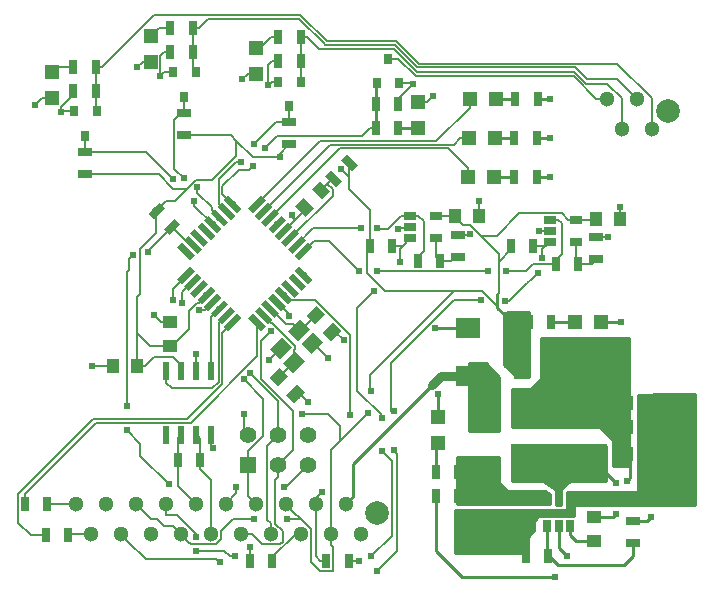
<source format=gtl>
G04 #@! TF.GenerationSoftware,KiCad,Pcbnew,5.0.1-33cea8e~68~ubuntu18.04.1*
G04 #@! TF.CreationDate,2018-12-01T11:29:07-05:00*
G04 #@! TF.ProjectId,throttle,7468726F74746C652E6B696361645F70,rev?*
G04 #@! TF.SameCoordinates,Original*
G04 #@! TF.FileFunction,Copper,L1,Top,Signal*
G04 #@! TF.FilePolarity,Positive*
%FSLAX46Y46*%
G04 Gerber Fmt 4.6, Leading zero omitted, Abs format (unit mm)*
G04 Created by KiCad (PCBNEW 5.0.1-33cea8e~68~ubuntu18.04.1) date Sat 01 Dec 2018 11:29:07 AM EST*
%MOMM*%
%LPD*%
G01*
G04 APERTURE LIST*
G04 #@! TA.AperFunction,SMDPad,CuDef*
%ADD10R,1.060000X0.650000*%
G04 #@! TD*
G04 #@! TA.AperFunction,SMDPad,CuDef*
%ADD11R,0.600000X1.550000*%
G04 #@! TD*
G04 #@! TA.AperFunction,SMDPad,CuDef*
%ADD12C,0.550000*%
G04 #@! TD*
G04 #@! TA.AperFunction,Conductor*
%ADD13C,0.100000*%
G04 #@! TD*
G04 #@! TA.AperFunction,ComponentPad*
%ADD14R,1.400000X1.400000*%
G04 #@! TD*
G04 #@! TA.AperFunction,ComponentPad*
%ADD15C,1.400000*%
G04 #@! TD*
G04 #@! TA.AperFunction,SMDPad,CuDef*
%ADD16R,1.250000X1.000000*%
G04 #@! TD*
G04 #@! TA.AperFunction,SMDPad,CuDef*
%ADD17R,1.000000X1.250000*%
G04 #@! TD*
G04 #@! TA.AperFunction,SMDPad,CuDef*
%ADD18R,1.200000X1.200000*%
G04 #@! TD*
G04 #@! TA.AperFunction,SMDPad,CuDef*
%ADD19R,2.500000X0.900000*%
G04 #@! TD*
G04 #@! TA.AperFunction,SMDPad,CuDef*
%ADD20R,8.200000X3.300000*%
G04 #@! TD*
G04 #@! TA.AperFunction,SMDPad,CuDef*
%ADD21R,0.700000X1.300000*%
G04 #@! TD*
G04 #@! TA.AperFunction,SMDPad,CuDef*
%ADD22R,0.650000X1.060000*%
G04 #@! TD*
G04 #@! TA.AperFunction,SMDPad,CuDef*
%ADD23R,1.600000X1.000000*%
G04 #@! TD*
G04 #@! TA.AperFunction,SMDPad,CuDef*
%ADD24R,2.159000X1.778000*%
G04 #@! TD*
G04 #@! TA.AperFunction,SMDPad,CuDef*
%ADD25R,1.000000X3.200000*%
G04 #@! TD*
G04 #@! TA.AperFunction,SMDPad,CuDef*
%ADD26R,1.300000X0.700000*%
G04 #@! TD*
G04 #@! TA.AperFunction,SMDPad,CuDef*
%ADD27C,1.000000*%
G04 #@! TD*
G04 #@! TA.AperFunction,ComponentPad*
%ADD28C,1.300000*%
G04 #@! TD*
G04 #@! TA.AperFunction,ComponentPad*
%ADD29C,2.000000*%
G04 #@! TD*
G04 #@! TA.AperFunction,SMDPad,CuDef*
%ADD30R,0.800000X0.900000*%
G04 #@! TD*
G04 #@! TA.AperFunction,SMDPad,CuDef*
%ADD31C,0.700000*%
G04 #@! TD*
G04 #@! TA.AperFunction,SMDPad,CuDef*
%ADD32C,1.200000*%
G04 #@! TD*
G04 #@! TA.AperFunction,ViaPad*
%ADD33C,0.609600*%
G04 #@! TD*
G04 #@! TA.AperFunction,Conductor*
%ADD34C,0.254000*%
G04 #@! TD*
G04 #@! TA.AperFunction,Conductor*
%ADD35C,0.152400*%
G04 #@! TD*
G04 #@! TA.AperFunction,Conductor*
%ADD36C,0.600000*%
G04 #@! TD*
G04 #@! TA.AperFunction,Conductor*
%ADD37C,0.800000*%
G04 #@! TD*
G04 #@! TA.AperFunction,Conductor*
%ADD38C,0.700000*%
G04 #@! TD*
G04 #@! TA.AperFunction,Conductor*
%ADD39C,0.500000*%
G04 #@! TD*
G04 #@! TA.AperFunction,Conductor*
%ADD40C,0.250000*%
G04 #@! TD*
G04 #@! TA.AperFunction,Conductor*
%ADD41C,0.300000*%
G04 #@! TD*
G04 #@! TA.AperFunction,Conductor*
%ADD42C,0.762000*%
G04 #@! TD*
G04 APERTURE END LIST*
D10*
G04 #@! TO.P,U1,5*
G04 #@! TO.N,VCC*
X133010000Y-65024000D03*
G04 #@! TO.P,U1,4*
G04 #@! TO.N,Net-(R6-Pad2)*
X133010000Y-66924000D03*
G04 #@! TO.P,U1,3*
G04 #@! TO.N,/Throttle1_Right_Sense*
X130810000Y-66924000D03*
G04 #@! TO.P,U1,2*
G04 #@! TO.N,GND*
X130810000Y-65974000D03*
G04 #@! TO.P,U1,1*
G04 #@! TO.N,/Throttle2Adjusted*
X130810000Y-65024000D03*
G04 #@! TD*
D11*
G04 #@! TO.P,U4,1*
G04 #@! TO.N,/TXCAN*
X113975075Y-78132509D03*
G04 #@! TO.P,U4,2*
G04 #@! TO.N,GND*
X112705075Y-78132509D03*
G04 #@! TO.P,U4,3*
G04 #@! TO.N,VCC*
X111435075Y-78132509D03*
G04 #@! TO.P,U4,4*
G04 #@! TO.N,/RXCAN*
X110165075Y-78132509D03*
G04 #@! TO.P,U4,5*
G04 #@! TO.N,Net-(U4-Pad5)*
X110165075Y-83532509D03*
G04 #@! TO.P,U4,6*
G04 #@! TO.N,/CANL*
X111435075Y-83532509D03*
G04 #@! TO.P,U4,7*
G04 #@! TO.N,/CANH*
X112705075Y-83532509D03*
G04 #@! TO.P,U4,8*
G04 #@! TO.N,GND*
X113975075Y-83532509D03*
G04 #@! TD*
D12*
G04 #@! TO.P,IC1,1*
G04 #@! TO.N,/MISO*
X111836680Y-70060795D03*
D13*
G04 #@! TD*
G04 #@! TO.N,/MISO*
G04 #@! TO.C,IC1*
G36*
X111465449Y-70820935D02*
X111076540Y-70432026D01*
X112207911Y-69300655D01*
X112596820Y-69689564D01*
X111465449Y-70820935D01*
X111465449Y-70820935D01*
G37*
D12*
G04 #@! TO.P,IC1,2*
G04 #@! TO.N,/MOSI*
X112402366Y-70626480D03*
D13*
G04 #@! TD*
G04 #@! TO.N,/MOSI*
G04 #@! TO.C,IC1*
G36*
X112031135Y-71386620D02*
X111642226Y-70997711D01*
X112773597Y-69866340D01*
X113162506Y-70255249D01*
X112031135Y-71386620D01*
X112031135Y-71386620D01*
G37*
D12*
G04 #@! TO.P,IC1,3*
G04 #@! TO.N,Net-(IC1-Pad3)*
X112968051Y-71192166D03*
D13*
G04 #@! TD*
G04 #@! TO.N,Net-(IC1-Pad3)*
G04 #@! TO.C,IC1*
G36*
X112596820Y-71952306D02*
X112207911Y-71563397D01*
X113339282Y-70432026D01*
X113728191Y-70820935D01*
X112596820Y-71952306D01*
X112596820Y-71952306D01*
G37*
D12*
G04 #@! TO.P,IC1,4*
G04 #@! TO.N,VCC*
X113533736Y-71757851D03*
D13*
G04 #@! TD*
G04 #@! TO.N,VCC*
G04 #@! TO.C,IC1*
G36*
X113162505Y-72517991D02*
X112773596Y-72129082D01*
X113904967Y-70997711D01*
X114293876Y-71386620D01*
X113162505Y-72517991D01*
X113162505Y-72517991D01*
G37*
D12*
G04 #@! TO.P,IC1,5*
G04 #@! TO.N,GND*
X114099422Y-72323537D03*
D13*
G04 #@! TD*
G04 #@! TO.N,GND*
G04 #@! TO.C,IC1*
G36*
X113728191Y-73083677D02*
X113339282Y-72694768D01*
X114470653Y-71563397D01*
X114859562Y-71952306D01*
X113728191Y-73083677D01*
X113728191Y-73083677D01*
G37*
D12*
G04 #@! TO.P,IC1,6*
G04 #@! TO.N,/TXCAN*
X114665107Y-72889222D03*
D13*
G04 #@! TD*
G04 #@! TO.N,/TXCAN*
G04 #@! TO.C,IC1*
G36*
X114293876Y-73649362D02*
X113904967Y-73260453D01*
X115036338Y-72129082D01*
X115425247Y-72517991D01*
X114293876Y-73649362D01*
X114293876Y-73649362D01*
G37*
D12*
G04 #@! TO.P,IC1,7*
G04 #@! TO.N,/RXCAN*
X115230793Y-73454907D03*
D13*
G04 #@! TD*
G04 #@! TO.N,/RXCAN*
G04 #@! TO.C,IC1*
G36*
X114859562Y-74215047D02*
X114470653Y-73826138D01*
X115602024Y-72694767D01*
X115990933Y-73083676D01*
X114859562Y-74215047D01*
X114859562Y-74215047D01*
G37*
D12*
G04 #@! TO.P,IC1,8*
G04 #@! TO.N,Net-(IC1-Pad8)*
X115796478Y-74020593D03*
D13*
G04 #@! TD*
G04 #@! TO.N,Net-(IC1-Pad8)*
G04 #@! TO.C,IC1*
G36*
X115425247Y-74780733D02*
X115036338Y-74391824D01*
X116167709Y-73260453D01*
X116556618Y-73649362D01*
X115425247Y-74780733D01*
X115425247Y-74780733D01*
G37*
D12*
G04 #@! TO.P,IC1,9*
G04 #@! TO.N,Net-(IC1-Pad9)*
X117847088Y-74020593D03*
D13*
G04 #@! TD*
G04 #@! TO.N,Net-(IC1-Pad9)*
G04 #@! TO.C,IC1*
G36*
X118607228Y-74391824D02*
X118218319Y-74780733D01*
X117086948Y-73649362D01*
X117475857Y-73260453D01*
X118607228Y-74391824D01*
X118607228Y-74391824D01*
G37*
D12*
G04 #@! TO.P,IC1,10*
G04 #@! TO.N,Net-(C10-Pad1)*
X118412773Y-73454907D03*
D13*
G04 #@! TD*
G04 #@! TO.N,Net-(C10-Pad1)*
G04 #@! TO.C,IC1*
G36*
X119172913Y-73826138D02*
X118784004Y-74215047D01*
X117652633Y-73083676D01*
X118041542Y-72694767D01*
X119172913Y-73826138D01*
X119172913Y-73826138D01*
G37*
D12*
G04 #@! TO.P,IC1,11*
G04 #@! TO.N,Net-(C9-Pad1)*
X118978459Y-72889222D03*
D13*
G04 #@! TD*
G04 #@! TO.N,Net-(C9-Pad1)*
G04 #@! TO.C,IC1*
G36*
X119738599Y-73260453D02*
X119349690Y-73649362D01*
X118218319Y-72517991D01*
X118607228Y-72129082D01*
X119738599Y-73260453D01*
X119738599Y-73260453D01*
G37*
D12*
G04 #@! TO.P,IC1,12*
G04 #@! TO.N,/SCK*
X119544144Y-72323537D03*
D13*
G04 #@! TD*
G04 #@! TO.N,/SCK*
G04 #@! TO.C,IC1*
G36*
X120304284Y-72694768D02*
X119915375Y-73083677D01*
X118784004Y-71952306D01*
X119172913Y-71563397D01*
X120304284Y-72694768D01*
X120304284Y-72694768D01*
G37*
D12*
G04 #@! TO.P,IC1,13*
G04 #@! TO.N,/Drive_Mode_Out*
X120109830Y-71757851D03*
D13*
G04 #@! TD*
G04 #@! TO.N,/Drive_Mode_Out*
G04 #@! TO.C,IC1*
G36*
X120869970Y-72129082D02*
X120481061Y-72517991D01*
X119349690Y-71386620D01*
X119738599Y-70997711D01*
X120869970Y-72129082D01*
X120869970Y-72129082D01*
G37*
D12*
G04 #@! TO.P,IC1,14*
G04 #@! TO.N,Net-(IC1-Pad14)*
X120675515Y-71192166D03*
D13*
G04 #@! TD*
G04 #@! TO.N,Net-(IC1-Pad14)*
G04 #@! TO.C,IC1*
G36*
X121435655Y-71563397D02*
X121046746Y-71952306D01*
X119915375Y-70820935D01*
X120304284Y-70432026D01*
X121435655Y-71563397D01*
X121435655Y-71563397D01*
G37*
D12*
G04 #@! TO.P,IC1,15*
G04 #@! TO.N,Net-(IC1-Pad15)*
X121241200Y-70626480D03*
D13*
G04 #@! TD*
G04 #@! TO.N,Net-(IC1-Pad15)*
G04 #@! TO.C,IC1*
G36*
X122001340Y-70997711D02*
X121612431Y-71386620D01*
X120481060Y-70255249D01*
X120869969Y-69866340D01*
X122001340Y-70997711D01*
X122001340Y-70997711D01*
G37*
D12*
G04 #@! TO.P,IC1,16*
G04 #@! TO.N,Net-(IC1-Pad16)*
X121806886Y-70060795D03*
D13*
G04 #@! TD*
G04 #@! TO.N,Net-(IC1-Pad16)*
G04 #@! TO.C,IC1*
G36*
X122567026Y-70432026D02*
X122178117Y-70820935D01*
X121046746Y-69689564D01*
X121435655Y-69300655D01*
X122567026Y-70432026D01*
X122567026Y-70432026D01*
G37*
D12*
G04 #@! TO.P,IC1,17*
G04 #@! TO.N,/Throttle1Adjusted*
X121806886Y-68010185D03*
D13*
G04 #@! TD*
G04 #@! TO.N,/Throttle1Adjusted*
G04 #@! TO.C,IC1*
G36*
X121435655Y-68770325D02*
X121046746Y-68381416D01*
X122178117Y-67250045D01*
X122567026Y-67638954D01*
X121435655Y-68770325D01*
X121435655Y-68770325D01*
G37*
D12*
G04 #@! TO.P,IC1,18*
G04 #@! TO.N,/Throttle2Adjusted*
X121241200Y-67444500D03*
D13*
G04 #@! TD*
G04 #@! TO.N,/Throttle2Adjusted*
G04 #@! TO.C,IC1*
G36*
X120869969Y-68204640D02*
X120481060Y-67815731D01*
X121612431Y-66684360D01*
X122001340Y-67073269D01*
X120869969Y-68204640D01*
X120869969Y-68204640D01*
G37*
D12*
G04 #@! TO.P,IC1,19*
G04 #@! TO.N,Net-(C8-Pad1)*
X120675515Y-66878814D03*
D13*
G04 #@! TD*
G04 #@! TO.N,Net-(C8-Pad1)*
G04 #@! TO.C,IC1*
G36*
X120304284Y-67638954D02*
X119915375Y-67250045D01*
X121046746Y-66118674D01*
X121435655Y-66507583D01*
X120304284Y-67638954D01*
X120304284Y-67638954D01*
G37*
D12*
G04 #@! TO.P,IC1,20*
G04 #@! TO.N,GND*
X120109830Y-66313129D03*
D13*
G04 #@! TD*
G04 #@! TO.N,GND*
G04 #@! TO.C,IC1*
G36*
X119738599Y-67073269D02*
X119349690Y-66684360D01*
X120481061Y-65552989D01*
X120869970Y-65941898D01*
X119738599Y-67073269D01*
X119738599Y-67073269D01*
G37*
D12*
G04 #@! TO.P,IC1,21*
G04 #@! TO.N,Net-(IC1-Pad21)*
X119544144Y-65747443D03*
D13*
G04 #@! TD*
G04 #@! TO.N,Net-(IC1-Pad21)*
G04 #@! TO.C,IC1*
G36*
X119172913Y-66507583D02*
X118784004Y-66118674D01*
X119915375Y-64987303D01*
X120304284Y-65376212D01*
X119172913Y-66507583D01*
X119172913Y-66507583D01*
G37*
D12*
G04 #@! TO.P,IC1,22*
G04 #@! TO.N,/ProgrammingLED1*
X118978459Y-65181758D03*
D13*
G04 #@! TD*
G04 #@! TO.N,/ProgrammingLED1*
G04 #@! TO.C,IC1*
G36*
X118607228Y-65941898D02*
X118218319Y-65552989D01*
X119349690Y-64421618D01*
X119738599Y-64810527D01*
X118607228Y-65941898D01*
X118607228Y-65941898D01*
G37*
D12*
G04 #@! TO.P,IC1,23*
G04 #@! TO.N,/ProgrammingLED2*
X118412773Y-64616073D03*
D13*
G04 #@! TD*
G04 #@! TO.N,/ProgrammingLED2*
G04 #@! TO.C,IC1*
G36*
X118041542Y-65376213D02*
X117652633Y-64987304D01*
X118784004Y-63855933D01*
X119172913Y-64244842D01*
X118041542Y-65376213D01*
X118041542Y-65376213D01*
G37*
D12*
G04 #@! TO.P,IC1,24*
G04 #@! TO.N,/ProgrammingLED3*
X117847088Y-64050387D03*
D13*
G04 #@! TD*
G04 #@! TO.N,/ProgrammingLED3*
G04 #@! TO.C,IC1*
G36*
X117475857Y-64810527D02*
X117086948Y-64421618D01*
X118218319Y-63290247D01*
X118607228Y-63679156D01*
X117475857Y-64810527D01*
X117475857Y-64810527D01*
G37*
D12*
G04 #@! TO.P,IC1,25*
G04 #@! TO.N,/ReadyToDrive_LowDrive*
X115796478Y-64050387D03*
D13*
G04 #@! TD*
G04 #@! TO.N,/ReadyToDrive_LowDrive*
G04 #@! TO.C,IC1*
G36*
X116556618Y-64421618D02*
X116167709Y-64810527D01*
X115036338Y-63679156D01*
X115425247Y-63290247D01*
X116556618Y-64421618D01*
X116556618Y-64421618D01*
G37*
D12*
G04 #@! TO.P,IC1,26*
G04 #@! TO.N,/SS_EStop_Out_n*
X115230793Y-64616073D03*
D13*
G04 #@! TD*
G04 #@! TO.N,/SS_EStop_Out_n*
G04 #@! TO.C,IC1*
G36*
X115990933Y-64987304D02*
X115602024Y-65376213D01*
X114470653Y-64244842D01*
X114859562Y-63855933D01*
X115990933Y-64987304D01*
X115990933Y-64987304D01*
G37*
D12*
G04 #@! TO.P,IC1,27*
G04 #@! TO.N,/SS_Inertia_Out_n*
X114665107Y-65181758D03*
D13*
G04 #@! TD*
G04 #@! TO.N,/SS_Inertia_Out_n*
G04 #@! TO.C,IC1*
G36*
X115425247Y-65552989D02*
X115036338Y-65941898D01*
X113904967Y-64810527D01*
X114293876Y-64421618D01*
X115425247Y-65552989D01*
X115425247Y-65552989D01*
G37*
D12*
G04 #@! TO.P,IC1,28*
G04 #@! TO.N,/SS_BOTS_Out_n*
X114099422Y-65747443D03*
D13*
G04 #@! TD*
G04 #@! TO.N,/SS_BOTS_Out_n*
G04 #@! TO.C,IC1*
G36*
X114859562Y-66118674D02*
X114470653Y-66507583D01*
X113339282Y-65376212D01*
X113728191Y-64987303D01*
X114859562Y-66118674D01*
X114859562Y-66118674D01*
G37*
D12*
G04 #@! TO.P,IC1,29*
G04 #@! TO.N,Net-(IC1-Pad29)*
X113533736Y-66313129D03*
D13*
G04 #@! TD*
G04 #@! TO.N,Net-(IC1-Pad29)*
G04 #@! TO.C,IC1*
G36*
X114293876Y-66684360D02*
X113904967Y-67073269D01*
X112773596Y-65941898D01*
X113162505Y-65552989D01*
X114293876Y-66684360D01*
X114293876Y-66684360D01*
G37*
D12*
G04 #@! TO.P,IC1,30*
G04 #@! TO.N,Net-(IC1-Pad30)*
X112968051Y-66878814D03*
D13*
G04 #@! TD*
G04 #@! TO.N,Net-(IC1-Pad30)*
G04 #@! TO.C,IC1*
G36*
X113728191Y-67250045D02*
X113339282Y-67638954D01*
X112207911Y-66507583D01*
X112596820Y-66118674D01*
X113728191Y-67250045D01*
X113728191Y-67250045D01*
G37*
D12*
G04 #@! TO.P,IC1,31*
G04 #@! TO.N,/RESET*
X112402366Y-67444500D03*
D13*
G04 #@! TD*
G04 #@! TO.N,/RESET*
G04 #@! TO.C,IC1*
G36*
X113162506Y-67815731D02*
X112773597Y-68204640D01*
X111642226Y-67073269D01*
X112031135Y-66684360D01*
X113162506Y-67815731D01*
X113162506Y-67815731D01*
G37*
D12*
G04 #@! TO.P,IC1,32*
G04 #@! TO.N,Net-(IC1-Pad32)*
X111836680Y-68010185D03*
D13*
G04 #@! TD*
G04 #@! TO.N,Net-(IC1-Pad32)*
G04 #@! TO.C,IC1*
G36*
X112596820Y-68381416D02*
X112207911Y-68770325D01*
X111076540Y-67638954D01*
X111465449Y-67250045D01*
X112596820Y-68381416D01*
X112596820Y-68381416D01*
G37*
D14*
G04 #@! TO.P,J3,1*
G04 #@! TO.N,/MISO*
X117094000Y-86106000D03*
D15*
G04 #@! TO.P,J3,2*
G04 #@! TO.N,VCC*
X117094000Y-83566000D03*
G04 #@! TO.P,J3,3*
G04 #@! TO.N,/SCK*
X119634000Y-86106000D03*
G04 #@! TO.P,J3,4*
G04 #@! TO.N,/MOSI*
X119634000Y-83566000D03*
G04 #@! TO.P,J3,5*
G04 #@! TO.N,/RESET*
X122174000Y-86106000D03*
G04 #@! TO.P,J3,6*
G04 #@! TO.N,GND*
X122174000Y-83566000D03*
G04 #@! TD*
D16*
G04 #@! TO.P,C5,2*
G04 #@! TO.N,Net-(C5-Pad2)*
X146390879Y-90548933D03*
G04 #@! TO.P,C5,1*
G04 #@! TO.N,Net-(C5-Pad1)*
X146390879Y-92548933D03*
G04 #@! TD*
D17*
G04 #@! TO.P,C11,2*
G04 #@! TO.N,GND*
X151200879Y-82912933D03*
G04 #@! TO.P,C11,1*
G04 #@! TO.N,Net-(C11-Pad1)*
X149200879Y-82912933D03*
G04 #@! TD*
G04 #@! TO.P,C12,2*
G04 #@! TO.N,GND*
X151200879Y-85198933D03*
G04 #@! TO.P,C12,1*
G04 #@! TO.N,Net-(C11-Pad1)*
X149200879Y-85198933D03*
G04 #@! TD*
D18*
G04 #@! TO.P,D2,1*
G04 #@! TO.N,GND*
X146982879Y-74022933D03*
G04 #@! TO.P,D2,2*
G04 #@! TO.N,Net-(D2-Pad2)*
X144782879Y-74022933D03*
G04 #@! TD*
D19*
G04 #@! TO.P,F1,2*
G04 #@! TO.N,/12V_Fused*
X137100379Y-85765433D03*
G04 #@! TO.P,F1,1*
G04 #@! TO.N,+12V*
X137100379Y-82865433D03*
G04 #@! TD*
D20*
G04 #@! TO.P,L1,2*
G04 #@! TO.N,Net-(C11-Pad1)*
X143406379Y-81261433D03*
G04 #@! TO.P,L1,1*
G04 #@! TO.N,Net-(C5-Pad2)*
X143406379Y-85961433D03*
G04 #@! TD*
D21*
G04 #@! TO.P,R2,2*
G04 #@! TO.N,Net-(D1-Pad2)*
X132994879Y-86722933D03*
G04 #@! TO.P,R2,1*
G04 #@! TO.N,/12V_Fused*
X134894879Y-86722933D03*
G04 #@! TD*
G04 #@! TO.P,R3,2*
G04 #@! TO.N,Net-(R3-Pad2)*
X132994879Y-88754933D03*
G04 #@! TO.P,R3,1*
G04 #@! TO.N,/12V_Fused*
X134894879Y-88754933D03*
G04 #@! TD*
G04 #@! TO.P,R12,2*
G04 #@! TO.N,Net-(D2-Pad2)*
X142768879Y-74022933D03*
G04 #@! TO.P,R12,1*
G04 #@! TO.N,VCC*
X140868879Y-74022933D03*
G04 #@! TD*
D22*
G04 #@! TO.P,U2,5*
G04 #@! TO.N,Net-(R3-Pad2)*
X143380979Y-91315433D03*
G04 #@! TO.P,U2,6*
G04 #@! TO.N,Net-(C5-Pad1)*
X144330979Y-91315433D03*
G04 #@! TO.P,U2,4*
G04 #@! TO.N,Net-(R4-Pad1)*
X142430979Y-91315433D03*
G04 #@! TO.P,U2,3*
G04 #@! TO.N,/12V_Fused*
X142430979Y-89115433D03*
G04 #@! TO.P,U2,2*
G04 #@! TO.N,Net-(C5-Pad2)*
X143380979Y-89115433D03*
G04 #@! TO.P,U2,1*
G04 #@! TO.N,GND*
X144330979Y-89115433D03*
G04 #@! TD*
D23*
G04 #@! TO.P,C3,2*
G04 #@! TO.N,GND*
X140040879Y-92032933D03*
G04 #@! TO.P,C3,1*
G04 #@! TO.N,/12V_Fused*
X140040879Y-89032933D03*
G04 #@! TD*
D17*
G04 #@! TO.P,C7,2*
G04 #@! TO.N,GND*
X151200879Y-80880933D03*
G04 #@! TO.P,C7,1*
G04 #@! TO.N,Net-(C11-Pad1)*
X149200879Y-80880933D03*
G04 #@! TD*
D18*
G04 #@! TO.P,D1,1*
G04 #@! TO.N,GND*
X133182879Y-82066933D03*
G04 #@! TO.P,D1,2*
G04 #@! TO.N,Net-(D1-Pad2)*
X133182879Y-84266933D03*
G04 #@! TD*
D24*
G04 #@! TO.P,D7,1*
G04 #@! TO.N,+12V*
X135722879Y-78594933D03*
G04 #@! TO.P,D7,2*
G04 #@! TO.N,GND*
X135722879Y-74530933D03*
G04 #@! TD*
D25*
G04 #@! TO.P,R9,2*
G04 #@! TO.N,Net-(C11-Pad1)*
X146315879Y-77197933D03*
G04 #@! TO.P,R9,1*
G04 #@! TO.N,VCC*
X140115879Y-77197933D03*
G04 #@! TD*
D21*
G04 #@! TO.P,R4,2*
G04 #@! TO.N,GND*
X140614879Y-93834933D03*
G04 #@! TO.P,R4,1*
G04 #@! TO.N,Net-(R4-Pad1)*
X142514879Y-93834933D03*
G04 #@! TD*
D26*
G04 #@! TO.P,R5,2*
G04 #@! TO.N,Net-(C11-Pad1)*
X149692879Y-90852933D03*
G04 #@! TO.P,R5,1*
G04 #@! TO.N,Net-(R4-Pad1)*
X149692879Y-92752933D03*
G04 #@! TD*
D17*
G04 #@! TO.P,C1,2*
G04 #@! TO.N,VCC*
X134620000Y-65024000D03*
G04 #@! TO.P,C1,1*
G04 #@! TO.N,GND*
X136620000Y-65024000D03*
G04 #@! TD*
G04 #@! TO.P,C2,1*
G04 #@! TO.N,GND*
X148574000Y-65278000D03*
G04 #@! TO.P,C2,2*
G04 #@! TO.N,VCC*
X146574000Y-65278000D03*
G04 #@! TD*
G04 #@! TO.P,C4,1*
G04 #@! TO.N,VCC*
X107680000Y-77724000D03*
G04 #@! TO.P,C4,2*
G04 #@! TO.N,GND*
X105680000Y-77724000D03*
G04 #@! TD*
D16*
G04 #@! TO.P,C6,2*
G04 #@! TO.N,GND*
X110490000Y-74041000D03*
G04 #@! TO.P,C6,1*
G04 #@! TO.N,VCC*
X110490000Y-76041000D03*
G04 #@! TD*
D27*
G04 #@! TO.P,C8,1*
G04 #@! TO.N,Net-(C8-Pad1)*
X123268475Y-62864569D03*
D13*
G04 #@! TD*
G04 #@! TO.N,Net-(C8-Pad1)*
G04 #@! TO.C,C8*
G36*
X123180087Y-62069074D02*
X124063970Y-62952957D01*
X123356863Y-63660064D01*
X122472980Y-62776181D01*
X123180087Y-62069074D01*
X123180087Y-62069074D01*
G37*
D27*
G04 #@! TO.P,C8,2*
G04 #@! TO.N,GND*
X121854261Y-64278783D03*
D13*
G04 #@! TD*
G04 #@! TO.N,GND*
G04 #@! TO.C,C8*
G36*
X121765873Y-63483288D02*
X122649756Y-64367171D01*
X121942649Y-65074278D01*
X121058766Y-64190395D01*
X121765873Y-63483288D01*
X121765873Y-63483288D01*
G37*
D27*
G04 #@! TO.P,C9,1*
G04 #@! TO.N,Net-(C9-Pad1)*
X122809000Y-73406000D03*
D13*
G04 #@! TD*
G04 #@! TO.N,Net-(C9-Pad1)*
G04 #@! TO.C,C9*
G36*
X122013505Y-73494388D02*
X122897388Y-72610505D01*
X123604495Y-73317612D01*
X122720612Y-74201495D01*
X122013505Y-73494388D01*
X122013505Y-73494388D01*
G37*
D27*
G04 #@! TO.P,C9,2*
G04 #@! TO.N,GND*
X124223214Y-74820214D03*
D13*
G04 #@! TD*
G04 #@! TO.N,GND*
G04 #@! TO.C,C9*
G36*
X123427719Y-74908602D02*
X124311602Y-74024719D01*
X125018709Y-74731826D01*
X124134826Y-75615709D01*
X123427719Y-74908602D01*
X123427719Y-74908602D01*
G37*
D27*
G04 #@! TO.P,C10,2*
G04 #@! TO.N,GND*
X121103107Y-80082107D03*
D13*
G04 #@! TD*
G04 #@! TO.N,GND*
G04 #@! TO.C,C10*
G36*
X120307612Y-80170495D02*
X121191495Y-79286612D01*
X121898602Y-79993719D01*
X121014719Y-80877602D01*
X120307612Y-80170495D01*
X120307612Y-80170495D01*
G37*
D27*
G04 #@! TO.P,C10,1*
G04 #@! TO.N,Net-(C10-Pad1)*
X119688893Y-78667893D03*
D13*
G04 #@! TD*
G04 #@! TO.N,Net-(C10-Pad1)*
G04 #@! TO.C,C10*
G36*
X118893398Y-78756281D02*
X119777281Y-77872398D01*
X120484388Y-78579505D01*
X119600505Y-79463388D01*
X118893398Y-78756281D01*
X118893398Y-78756281D01*
G37*
D18*
G04 #@! TO.P,PC6,2*
G04 #@! TO.N,/ProgrammingLED1*
X135722000Y-61722000D03*
G04 #@! TO.P,PC6,1*
G04 #@! TO.N,Net-(D3-Pad1)*
X137922000Y-61722000D03*
G04 #@! TD*
G04 #@! TO.P,PB3,1*
G04 #@! TO.N,Net-(D4-Pad1)*
X138006000Y-58420000D03*
G04 #@! TO.P,PB3,2*
G04 #@! TO.N,/ProgrammingLED2*
X135806000Y-58420000D03*
G04 #@! TD*
G04 #@! TO.P,PB4,2*
G04 #@! TO.N,/ProgrammingLED3*
X135849000Y-55118000D03*
G04 #@! TO.P,PB4,1*
G04 #@! TO.N,Net-(D5-Pad1)*
X138049000Y-55118000D03*
G04 #@! TD*
G04 #@! TO.P,D6,1*
G04 #@! TO.N,GND*
X131462711Y-55383147D03*
G04 #@! TO.P,D6,2*
G04 #@! TO.N,Net-(D6-Pad2)*
X131462711Y-57583147D03*
G04 #@! TD*
G04 #@! TO.P,D8,1*
G04 #@! TO.N,GND*
X108903581Y-51995369D03*
G04 #@! TO.P,D8,2*
G04 #@! TO.N,Net-(D8-Pad2)*
X108903581Y-49795369D03*
G04 #@! TD*
G04 #@! TO.P,D9,2*
G04 #@! TO.N,Net-(D9-Pad2)*
X117793581Y-50811369D03*
G04 #@! TO.P,D9,1*
G04 #@! TO.N,GND*
X117793581Y-53011369D03*
G04 #@! TD*
G04 #@! TO.P,D10,2*
G04 #@! TO.N,Net-(D10-Pad2)*
X100521581Y-52843369D03*
G04 #@! TO.P,D10,1*
G04 #@! TO.N,GND*
X100521581Y-55043369D03*
G04 #@! TD*
D28*
G04 #@! TO.P,J1,3*
G04 #@! TO.N,/SS_Cockpit_EStop*
X148714000Y-57634000D03*
G04 #@! TO.P,J1,1*
G04 #@! TO.N,/SS_BOTS*
X151254000Y-57634000D03*
G04 #@! TO.P,J1,2*
G04 #@! TO.N,/SS_Inertia_Switch*
X149984000Y-55094000D03*
G04 #@! TO.P,J1,4*
G04 #@! TO.N,/RTD*
X147444000Y-55094000D03*
D29*
G04 #@! TO.P,J1,5*
G04 #@! TO.N,N/C*
X152654000Y-56134000D03*
G04 #@! TD*
D28*
G04 #@! TO.P,J2,5*
G04 #@! TO.N,/GND_DriveMode*
X121539000Y-91948000D03*
G04 #@! TO.P,J2,3*
G04 #@! TO.N,VCC*
X124079000Y-91948000D03*
G04 #@! TO.P,J2,1*
G04 #@! TO.N,GND*
X126619000Y-91948000D03*
G04 #@! TO.P,J2,7*
G04 #@! TO.N,/MOSI*
X118999000Y-91948000D03*
G04 #@! TO.P,J2,2*
G04 #@! TO.N,+12V*
X125349000Y-89408000D03*
G04 #@! TO.P,J2,4*
G04 #@! TO.N,/Drive_Mode_Out*
X122809000Y-89408000D03*
G04 #@! TO.P,J2,6*
G04 #@! TO.N,VCC*
X120269000Y-89408000D03*
G04 #@! TO.P,J2,8*
G04 #@! TO.N,/MISO*
X117729000Y-89408000D03*
G04 #@! TO.P,J2,9*
G04 #@! TO.N,/SCK*
X116459000Y-91948000D03*
G04 #@! TO.P,J2,10*
G04 #@! TO.N,/RESET*
X115189000Y-89408000D03*
G04 #@! TO.P,J2,11*
G04 #@! TO.N,/CANH*
X113919000Y-91948000D03*
G04 #@! TO.P,J2,12*
G04 #@! TO.N,/CANL*
X112649000Y-89408000D03*
G04 #@! TO.P,J2,13*
G04 #@! TO.N,VCC*
X111379000Y-91948000D03*
G04 #@! TO.P,J2,14*
G04 #@! TO.N,/Throttle1_Right_Sense*
X110109000Y-89408000D03*
G04 #@! TO.P,J2,15*
G04 #@! TO.N,GND*
X108839000Y-91948000D03*
G04 #@! TO.P,J2,16*
G04 #@! TO.N,VCC*
X107569000Y-89408000D03*
G04 #@! TO.P,J2,17*
G04 #@! TO.N,/Throttle2_Left_Sense*
X106299000Y-91948000D03*
G04 #@! TO.P,J2,18*
G04 #@! TO.N,GND*
X105029000Y-89408000D03*
G04 #@! TO.P,J2,19*
G04 #@! TO.N,/LED1*
X103759000Y-91948000D03*
G04 #@! TO.P,J2,20*
G04 #@! TO.N,/LED2*
X102489000Y-89408000D03*
D29*
G04 #@! TO.P,J2,21*
G04 #@! TO.N,N/C*
X128019000Y-90148000D03*
G04 #@! TD*
D30*
G04 #@! TO.P,Q1,1*
G04 #@! TO.N,/ReadyToDrive_LowDrive*
X127972711Y-53807147D03*
G04 #@! TO.P,Q1,2*
G04 #@! TO.N,GND*
X129872711Y-53807147D03*
G04 #@! TO.P,Q1,3*
G04 #@! TO.N,/RTD*
X128922711Y-51707147D03*
G04 #@! TD*
G04 #@! TO.P,Q2,1*
G04 #@! TO.N,/SS_Inertia_Switch*
X112647581Y-52859369D03*
G04 #@! TO.P,Q2,2*
G04 #@! TO.N,GND*
X110747581Y-52859369D03*
G04 #@! TO.P,Q2,3*
G04 #@! TO.N,/SS_Inertia_Out_n*
X111697581Y-54959369D03*
G04 #@! TD*
G04 #@! TO.P,Q3,3*
G04 #@! TO.N,/SS_EStop_Out_n*
X120587581Y-55755369D03*
G04 #@! TO.P,Q3,2*
G04 #@! TO.N,GND*
X119637581Y-53655369D03*
G04 #@! TO.P,Q3,1*
G04 #@! TO.N,/SS_Cockpit_EStop*
X121537581Y-53655369D03*
G04 #@! TD*
G04 #@! TO.P,Q4,3*
G04 #@! TO.N,/SS_BOTS_Out_n*
X103315581Y-58261369D03*
G04 #@! TO.P,Q4,2*
G04 #@! TO.N,GND*
X102365581Y-56161369D03*
G04 #@! TO.P,Q4,1*
G04 #@! TO.N,/SS_BOTS*
X104265581Y-56161369D03*
G04 #@! TD*
D21*
G04 #@! TO.P,R1,1*
G04 #@! TO.N,VCC*
X127386000Y-67564000D03*
G04 #@! TO.P,R1,2*
G04 #@! TO.N,/Throttle1_Right_Sense*
X129286000Y-67564000D03*
G04 #@! TD*
G04 #@! TO.P,R6,2*
G04 #@! TO.N,Net-(R6-Pad2)*
X133350000Y-68834000D03*
G04 #@! TO.P,R6,1*
G04 #@! TO.N,/Throttle2Adjusted*
X131450000Y-68834000D03*
G04 #@! TD*
D26*
G04 #@! TO.P,R7,1*
G04 #@! TO.N,Net-(R6-Pad2)*
X134874000Y-68514000D03*
G04 #@! TO.P,R7,2*
G04 #@! TO.N,GND*
X134874000Y-66614000D03*
G04 #@! TD*
D21*
G04 #@! TO.P,R8,2*
G04 #@! TO.N,GND*
X141539000Y-61722000D03*
G04 #@! TO.P,R8,1*
G04 #@! TO.N,Net-(D3-Pad1)*
X139639000Y-61722000D03*
G04 #@! TD*
G04 #@! TO.P,R10,2*
G04 #@! TO.N,GND*
X141539000Y-58420000D03*
G04 #@! TO.P,R10,1*
G04 #@! TO.N,Net-(D4-Pad1)*
X139639000Y-58420000D03*
G04 #@! TD*
G04 #@! TO.P,R11,2*
G04 #@! TO.N,GND*
X141605000Y-55118000D03*
G04 #@! TO.P,R11,1*
G04 #@! TO.N,Net-(D5-Pad1)*
X139705000Y-55118000D03*
G04 #@! TD*
G04 #@! TO.P,R13,2*
G04 #@! TO.N,/Throttle2_Left_Sense*
X141224000Y-67564000D03*
G04 #@! TO.P,R13,1*
G04 #@! TO.N,VCC*
X139324000Y-67564000D03*
G04 #@! TD*
G04 #@! TO.P,R14,1*
G04 #@! TO.N,/ReadyToDrive_LowDrive*
X127906711Y-57583147D03*
G04 #@! TO.P,R14,2*
G04 #@! TO.N,Net-(D6-Pad2)*
X129806711Y-57583147D03*
G04 #@! TD*
G04 #@! TO.P,R15,1*
G04 #@! TO.N,GND*
X117226000Y-94234000D03*
G04 #@! TO.P,R15,2*
G04 #@! TO.N,/GND_DriveMode*
X119126000Y-94234000D03*
G04 #@! TD*
G04 #@! TO.P,R16,1*
G04 #@! TO.N,/Throttle1Adjusted*
X143134000Y-69088000D03*
G04 #@! TO.P,R16,2*
G04 #@! TO.N,Net-(R16-Pad2)*
X145034000Y-69088000D03*
G04 #@! TD*
D26*
G04 #@! TO.P,R17,2*
G04 #@! TO.N,GND*
X146558000Y-66802000D03*
G04 #@! TO.P,R17,1*
G04 #@! TO.N,Net-(R16-Pad2)*
X146558000Y-68702000D03*
G04 #@! TD*
D21*
G04 #@! TO.P,R18,1*
G04 #@! TO.N,/ReadyToDrive_LowDrive*
X127906711Y-55551147D03*
G04 #@! TO.P,R18,2*
G04 #@! TO.N,GND*
X129806711Y-55551147D03*
G04 #@! TD*
G04 #@! TO.P,R19,2*
G04 #@! TO.N,GND*
X125603000Y-94234000D03*
G04 #@! TO.P,R19,1*
G04 #@! TO.N,/Drive_Mode_Out*
X123703000Y-94234000D03*
G04 #@! TD*
G04 #@! TO.P,R20,2*
G04 #@! TO.N,Net-(D8-Pad2)*
X110493581Y-49117369D03*
G04 #@! TO.P,R20,1*
G04 #@! TO.N,/SS_Inertia_Switch*
X112393581Y-49117369D03*
G04 #@! TD*
G04 #@! TO.P,R21,1*
G04 #@! TO.N,/SS_Inertia_Switch*
X112393581Y-51149369D03*
G04 #@! TO.P,R21,2*
G04 #@! TO.N,GND*
X110493581Y-51149369D03*
G04 #@! TD*
D26*
G04 #@! TO.P,R22,1*
G04 #@! TO.N,VCC*
X111697581Y-58195369D03*
G04 #@! TO.P,R22,2*
G04 #@! TO.N,/SS_Inertia_Out_n*
X111697581Y-56295369D03*
G04 #@! TD*
D21*
G04 #@! TO.P,R23,1*
G04 #@! TO.N,/SS_Cockpit_EStop*
X121537581Y-49879369D03*
G04 #@! TO.P,R23,2*
G04 #@! TO.N,Net-(D9-Pad2)*
X119637581Y-49879369D03*
G04 #@! TD*
G04 #@! TO.P,R24,2*
G04 #@! TO.N,GND*
X119637581Y-51911369D03*
G04 #@! TO.P,R24,1*
G04 #@! TO.N,/SS_Cockpit_EStop*
X121537581Y-51911369D03*
G04 #@! TD*
D26*
G04 #@! TO.P,R25,1*
G04 #@! TO.N,VCC*
X120587581Y-58957369D03*
G04 #@! TO.P,R25,2*
G04 #@! TO.N,/SS_EStop_Out_n*
X120587581Y-57057369D03*
G04 #@! TD*
D21*
G04 #@! TO.P,R26 (DNP),2*
G04 #@! TO.N,/CANL*
X111120076Y-85658510D03*
G04 #@! TO.P,R26 (DNP),1*
G04 #@! TO.N,/CANH*
X113020074Y-85658510D03*
G04 #@! TD*
G04 #@! TO.P,R27,2*
G04 #@! TO.N,Net-(D10-Pad2)*
X102299581Y-52419369D03*
G04 #@! TO.P,R27,1*
G04 #@! TO.N,/SS_BOTS*
X104199581Y-52419369D03*
G04 #@! TD*
G04 #@! TO.P,R28,2*
G04 #@! TO.N,GND*
X102299581Y-54451369D03*
G04 #@! TO.P,R28,1*
G04 #@! TO.N,/SS_BOTS*
X104199581Y-54451369D03*
G04 #@! TD*
D26*
G04 #@! TO.P,R29,1*
G04 #@! TO.N,VCC*
X103315581Y-61497369D03*
G04 #@! TO.P,R29,2*
G04 #@! TO.N,/SS_BOTS_Out_n*
X103315581Y-59597369D03*
G04 #@! TD*
D31*
G04 #@! TO.P,R30,1*
G04 #@! TO.N,VCC*
X125646475Y-60486569D03*
D13*
G04 #@! TD*
G04 #@! TO.N,VCC*
G04 #@! TO.C,R30*
G36*
X125434343Y-59779462D02*
X126353582Y-60698701D01*
X125858607Y-61193676D01*
X124939368Y-60274437D01*
X125434343Y-59779462D01*
X125434343Y-59779462D01*
G37*
D31*
G04 #@! TO.P,R30,2*
G04 #@! TO.N,Net-(C8-Pad1)*
X124302973Y-61830071D03*
D13*
G04 #@! TD*
G04 #@! TO.N,Net-(C8-Pad1)*
G04 #@! TO.C,R30*
G36*
X124090841Y-61122964D02*
X125010080Y-62042203D01*
X124515105Y-62537178D01*
X123595866Y-61617939D01*
X124090841Y-61122964D01*
X124090841Y-61122964D01*
G37*
D31*
G04 #@! TO.P,R31,2*
G04 #@! TO.N,/RESET*
X110653751Y-65949751D03*
D13*
G04 #@! TD*
G04 #@! TO.N,/RESET*
G04 #@! TO.C,R31*
G36*
X109946644Y-66161883D02*
X110865883Y-65242644D01*
X111360858Y-65737619D01*
X110441619Y-66656858D01*
X109946644Y-66161883D01*
X109946644Y-66161883D01*
G37*
D31*
G04 #@! TO.P,R31,1*
G04 #@! TO.N,VCC*
X109310249Y-64606249D03*
D13*
G04 #@! TD*
G04 #@! TO.N,VCC*
G04 #@! TO.C,R31*
G36*
X108603142Y-64818381D02*
X109522381Y-63899142D01*
X110017356Y-64394117D01*
X109098117Y-65313356D01*
X108603142Y-64818381D01*
X108603142Y-64818381D01*
G37*
D10*
G04 #@! TO.P,U3,1*
G04 #@! TO.N,/Throttle1Adjusted*
X142664000Y-65344000D03*
G04 #@! TO.P,U3,2*
G04 #@! TO.N,GND*
X142664000Y-66294000D03*
G04 #@! TO.P,U3,3*
G04 #@! TO.N,/Throttle2_Left_Sense*
X142664000Y-67244000D03*
G04 #@! TO.P,U3,4*
G04 #@! TO.N,Net-(R16-Pad2)*
X144864000Y-67244000D03*
G04 #@! TO.P,U3,5*
G04 #@! TO.N,VCC*
X144864000Y-65344000D03*
G04 #@! TD*
D32*
G04 #@! TO.P,Y1,1*
G04 #@! TO.N,Net-(C9-Pad1)*
X121412000Y-74676000D03*
D13*
G04 #@! TD*
G04 #@! TO.N,Net-(C9-Pad1)*
G04 #@! TO.C,Y1*
G36*
X121482711Y-73756761D02*
X122331239Y-74605289D01*
X121341289Y-75595239D01*
X120492761Y-74746711D01*
X121482711Y-73756761D01*
X121482711Y-73756761D01*
G37*
D32*
G04 #@! TO.P,Y1,2*
G04 #@! TO.N,GND*
X119856365Y-76231635D03*
D13*
G04 #@! TD*
G04 #@! TO.N,GND*
G04 #@! TO.C,Y1*
G36*
X119927076Y-75312396D02*
X120775604Y-76160924D01*
X119785654Y-77150874D01*
X118937126Y-76302346D01*
X119927076Y-75312396D01*
X119927076Y-75312396D01*
G37*
D32*
G04 #@! TO.P,Y1,3*
G04 #@! TO.N,Net-(C10-Pad1)*
X120987736Y-77363006D03*
D13*
G04 #@! TD*
G04 #@! TO.N,Net-(C10-Pad1)*
G04 #@! TO.C,Y1*
G36*
X121058447Y-76443767D02*
X121906975Y-77292295D01*
X120917025Y-78282245D01*
X120068497Y-77433717D01*
X121058447Y-76443767D01*
X121058447Y-76443767D01*
G37*
D32*
G04 #@! TO.P,Y1,4*
G04 #@! TO.N,GND*
X122543371Y-75807371D03*
D13*
G04 #@! TD*
G04 #@! TO.N,GND*
G04 #@! TO.C,Y1*
G36*
X122614082Y-74888132D02*
X123462610Y-75736660D01*
X122472660Y-76726610D01*
X121624132Y-75878082D01*
X122614082Y-74888132D01*
X122614082Y-74888132D01*
G37*
D21*
G04 #@! TO.P,R_1,2*
G04 #@! TO.N,Net-(IC1-Pad8)*
X99954000Y-92075000D03*
G04 #@! TO.P,R_1,1*
G04 #@! TO.N,/LED1*
X101854000Y-92075000D03*
G04 #@! TD*
G04 #@! TO.P,R_2,1*
G04 #@! TO.N,/LED2*
X100076000Y-89408000D03*
G04 #@! TO.P,R_2,2*
G04 #@! TO.N,Net-(IC1-Pad9)*
X98176000Y-89408000D03*
G04 #@! TD*
D33*
G04 #@! TO.N,GND*
X132928879Y-74530933D03*
X148676879Y-74022933D03*
X138008879Y-90786933D03*
X135722879Y-90786933D03*
X135722879Y-92564933D03*
X138008879Y-92564933D03*
X152994879Y-81134933D03*
X153248879Y-85960933D03*
X154264879Y-84944933D03*
X153248879Y-83928933D03*
X154264879Y-82912933D03*
X153248879Y-82150933D03*
X154264879Y-81134933D03*
X133182879Y-80118933D03*
X136652000Y-63754000D03*
X148590000Y-64262000D03*
X147574000Y-66802000D03*
X141732000Y-66294000D03*
X129776467Y-66099717D03*
X135844000Y-66548000D03*
X114102075Y-84642510D03*
X109665581Y-53181369D03*
X118809581Y-53943369D03*
X101283581Y-56229369D03*
X120843806Y-64930028D03*
X142621000Y-55118000D03*
X142621000Y-58420000D03*
X142621000Y-61722000D03*
X112649000Y-76708000D03*
X126492000Y-94234000D03*
X125222000Y-75565000D03*
X123825000Y-77089000D03*
X118872000Y-77216000D03*
X122174000Y-80772000D03*
X112903000Y-73025000D03*
X117221000Y-93091000D03*
X103886000Y-77724000D03*
X109093000Y-73406000D03*
X131064000Y-53848000D03*
X132715000Y-54864000D03*
X116586000Y-53467000D03*
X107696000Y-52451000D03*
X99060000Y-55626000D03*
G04 #@! TO.N,VCC*
X124968000Y-61087000D03*
X119761000Y-60071000D03*
X120396000Y-90678000D03*
X117602000Y-90678000D03*
X127508000Y-79883000D03*
X127224773Y-81690227D03*
X121666000Y-81788000D03*
X116713000Y-81788000D03*
G04 #@! TO.N,Net-(C5-Pad2)*
X148257779Y-90233033D03*
X148206979Y-87642233D03*
G04 #@! TO.N,Net-(C11-Pad1)*
X149184879Y-87484933D03*
X151216879Y-90532933D03*
G04 #@! TO.N,Net-(R3-Pad2)*
X144104879Y-93834933D03*
X143088879Y-95612933D03*
G04 #@! TO.N,/MISO*
X116713000Y-78867000D03*
X110761447Y-72161400D03*
G04 #@! TO.N,/MOSI*
X117251817Y-78328183D03*
X111506000Y-72390000D03*
G04 #@! TO.N,/SCK*
X120523000Y-73533000D03*
X119028742Y-74773258D03*
G04 #@! TO.N,/Drive_Mode_Out*
X123317000Y-88392000D03*
X125755400Y-81889600D03*
G04 #@! TO.N,/Throttle1Adjusted*
X138938000Y-69723000D03*
X137414000Y-69723000D03*
X128016000Y-69723000D03*
X126481601Y-69712601D03*
G04 #@! TO.N,/Throttle2Adjusted*
X128016000Y-66040000D03*
X126619000Y-66040000D03*
G04 #@! TO.N,/ReadyToDrive_LowDrive*
X118491000Y-59309000D03*
X117475000Y-60833000D03*
G04 #@! TO.N,/SS_Inertia_Out_n*
X111633000Y-61849000D03*
X112776000Y-62611000D03*
G04 #@! TO.N,/SS_EStop_Out_n*
X117602000Y-58928000D03*
X116459000Y-60452000D03*
G04 #@! TO.N,/SS_BOTS_Out_n*
X110741893Y-61863432D03*
X112522000Y-63754000D03*
G04 #@! TO.N,/RESET*
X110363000Y-87757000D03*
X120142000Y-88011000D03*
X116078000Y-88011000D03*
X106807000Y-83185000D03*
X106807000Y-81153000D03*
X108585000Y-68072000D03*
X107315000Y-68326000D03*
G04 #@! TO.N,/Throttle1_Right_Sense*
X129921000Y-68961000D03*
X128397000Y-82169000D03*
X128397000Y-84963000D03*
X127508000Y-93853000D03*
X115951000Y-93853000D03*
X112649000Y-92202000D03*
X112649000Y-93360001D03*
X127762000Y-71374000D03*
G04 #@! TO.N,/Throttle2_Left_Sense*
X141605000Y-69850000D03*
X141986000Y-68554600D03*
X129413000Y-81534000D03*
X129413000Y-84836000D03*
X128016000Y-95123000D03*
X114681000Y-94361000D03*
X138811000Y-72263000D03*
X136779000Y-72136000D03*
G04 #@! TD*
D34*
G04 #@! TO.N,GND*
X135722879Y-74530933D02*
X132928879Y-74530933D01*
X146982879Y-74022933D02*
X148676879Y-74022933D01*
X140614879Y-93834933D02*
X140614879Y-92606933D01*
X140614879Y-92606933D02*
X140040879Y-92032933D01*
X135722879Y-74530933D02*
X135913379Y-74530933D01*
X140040879Y-92032933D02*
X138540879Y-92032933D01*
X135722879Y-92564933D02*
X135722879Y-90786933D01*
X138540879Y-92032933D02*
X138008879Y-92564933D01*
X152994879Y-81134933D02*
X154264879Y-81134933D01*
X152740879Y-80880933D02*
X152994879Y-81134933D01*
X151200879Y-80880933D02*
X152740879Y-80880933D01*
X153502879Y-86214933D02*
X153502879Y-87230933D01*
X153248879Y-85960933D02*
X153502879Y-86214933D01*
X153248879Y-83928933D02*
X154264879Y-84944933D01*
X154010879Y-82912933D02*
X154264879Y-82912933D01*
X153248879Y-82150933D02*
X154010879Y-82912933D01*
X133182879Y-82066933D02*
X133182879Y-80118933D01*
D35*
X136620000Y-65024000D02*
X136620000Y-63786000D01*
D34*
X136620000Y-63786000D02*
X136652000Y-63754000D01*
D35*
X148574000Y-65278000D02*
X148574000Y-64278000D01*
D34*
X148574000Y-64278000D02*
X148590000Y-64262000D01*
D35*
X146558000Y-66802000D02*
X147574000Y-66802000D01*
X142664000Y-66294000D02*
X141732000Y-66294000D01*
D34*
X129650750Y-65974000D02*
X129776467Y-66099717D01*
D35*
X130810000Y-65974000D02*
X129776467Y-66099717D01*
D34*
X135778000Y-66614000D02*
X135844000Y-66548000D01*
D35*
X134874000Y-66614000D02*
X135778000Y-66614000D01*
X113975075Y-83532510D02*
X113975075Y-84515510D01*
X113975075Y-84515510D02*
X114102075Y-84642510D01*
D34*
X129872711Y-55485147D02*
X129806711Y-55551147D01*
X131294711Y-55551147D02*
X131462711Y-55383147D01*
D35*
X121854262Y-64568696D02*
X121854262Y-64278783D01*
X120843806Y-65109633D02*
X120843806Y-64930028D01*
X121078566Y-65344393D02*
X120843806Y-65109633D01*
X121078566Y-65344393D02*
X121854262Y-64568696D01*
X120109829Y-66313129D02*
X121078566Y-65344393D01*
D34*
X141605000Y-55118000D02*
X142621000Y-55118000D01*
X141539000Y-58420000D02*
X142621000Y-58420000D01*
X141539000Y-61722000D02*
X142621000Y-61722000D01*
D35*
X112705075Y-78132509D02*
X112705075Y-76764075D01*
X112705075Y-76764075D02*
X112649000Y-76708000D01*
X125603000Y-94234000D02*
X126492000Y-94234000D01*
X124223214Y-74820214D02*
X124477214Y-74820214D01*
X124477214Y-74820214D02*
X125222000Y-75565000D01*
X122543371Y-75807371D02*
X123825000Y-77089000D01*
X119856365Y-76231635D02*
X118872000Y-77216000D01*
X121103107Y-80082107D02*
X121484107Y-80082107D01*
X121484107Y-80082107D02*
X122174000Y-80772000D01*
X114099422Y-72323537D02*
X113397959Y-73025000D01*
X113397959Y-73025000D02*
X112903000Y-73025000D01*
X117226000Y-94234000D02*
X117226000Y-93096000D01*
X117226000Y-93096000D02*
X117221000Y-93091000D01*
X105680000Y-77724000D02*
X103886000Y-77724000D01*
X110492000Y-74184000D02*
X110617000Y-74184000D01*
X109093000Y-73421400D02*
X109093000Y-73406000D01*
X110490000Y-74041000D02*
X109712600Y-74041000D01*
X109712600Y-74041000D02*
X109093000Y-73421400D01*
X131023147Y-53807147D02*
X131064000Y-53848000D01*
X129872711Y-53807147D02*
X131023147Y-53807147D01*
X130175000Y-54737000D02*
X131064000Y-53848000D01*
X131462711Y-55383147D02*
X132195853Y-55383147D01*
X132195853Y-55383147D02*
X132715000Y-54864000D01*
X129806711Y-55551147D02*
X129806711Y-55105289D01*
X129806711Y-55105289D02*
X130175000Y-54737000D01*
X117793581Y-53011369D02*
X117041631Y-53011369D01*
X117041631Y-53011369D02*
X116586000Y-53467000D01*
X119097581Y-53655369D02*
X118809581Y-53943369D01*
X119637581Y-53655369D02*
X119097581Y-53655369D01*
X118809581Y-53512317D02*
X118809581Y-53943369D01*
X118809581Y-52236969D02*
X118809581Y-53512317D01*
X119135181Y-51911369D02*
X118809581Y-52236969D01*
X119637581Y-51911369D02*
X119135181Y-51911369D01*
X108903581Y-51995369D02*
X108151631Y-51995369D01*
X108151631Y-51995369D02*
X107696000Y-52451000D01*
X109987581Y-52859369D02*
X109665581Y-53181369D01*
X110747581Y-52859369D02*
X109987581Y-52859369D01*
X109665581Y-52750317D02*
X109665581Y-53181369D01*
X109665581Y-51474969D02*
X109665581Y-52750317D01*
X109991181Y-51149369D02*
X109665581Y-51474969D01*
X110493581Y-51149369D02*
X109991181Y-51149369D01*
X101351581Y-56161369D02*
X101283581Y-56229369D01*
X102365581Y-56161369D02*
X101351581Y-56161369D01*
X101283581Y-55798317D02*
X101283581Y-56229369D01*
X101283581Y-55767369D02*
X101283581Y-55798317D01*
X102299581Y-54751369D02*
X101283581Y-55767369D01*
X102299581Y-54451369D02*
X102299581Y-54751369D01*
X100521581Y-55043369D02*
X99642631Y-55043369D01*
X99642631Y-55043369D02*
X99060000Y-55626000D01*
D34*
G04 #@! TO.N,VCC*
X140868879Y-74022933D02*
X139430261Y-74022933D01*
X139430261Y-74022933D02*
X138186678Y-72779350D01*
X138186678Y-72779350D02*
X138186678Y-71681014D01*
X140115879Y-77197933D02*
X140115879Y-74171933D01*
X140115879Y-74171933D02*
X140264879Y-74022933D01*
X140264879Y-74022933D02*
X140868879Y-74022933D01*
D35*
X133010000Y-65024000D02*
X134620000Y-65024000D01*
D34*
X146508000Y-65344000D02*
X146574000Y-65278000D01*
D35*
X144864000Y-65344000D02*
X146508000Y-65344000D01*
X111308075Y-78005510D02*
X111435075Y-78132510D01*
X138303000Y-68885000D02*
X138303000Y-69179201D01*
X139324000Y-67564000D02*
X139324000Y-67864000D01*
X139324000Y-67864000D02*
X138303000Y-68885000D01*
X138303000Y-71564692D02*
X138186678Y-71681014D01*
X138303000Y-71374000D02*
X138303000Y-71564692D01*
X135272400Y-65801400D02*
X134620000Y-65149000D01*
X134620000Y-65149000D02*
X134620000Y-65024000D01*
X135886834Y-65801400D02*
X135272400Y-65801400D01*
X138303000Y-69179201D02*
X138303000Y-68217566D01*
X136779000Y-66693566D02*
X135886834Y-65801400D01*
X136779000Y-66693566D02*
X138157434Y-66693566D01*
X138303000Y-68217566D02*
X136779000Y-66693566D01*
X144181600Y-65344000D02*
X144864000Y-65344000D01*
X143627999Y-64790399D02*
X144181600Y-65344000D01*
X140060601Y-64790399D02*
X143627999Y-64790399D01*
X138157434Y-66693566D02*
X140060601Y-64790399D01*
X134493000Y-71374000D02*
X134188201Y-71678799D01*
X134188201Y-71678799D02*
X127381000Y-78486000D01*
X125646475Y-61849000D02*
X125646475Y-61765475D01*
X125646475Y-61849000D02*
X125646475Y-60486569D01*
X125646475Y-61765475D02*
X124968000Y-61087000D01*
X119761000Y-59783950D02*
X120587581Y-58957369D01*
X119761000Y-60071000D02*
X119761000Y-59783950D01*
X115599369Y-58195369D02*
X111697581Y-58195369D01*
X116078000Y-58674000D02*
X115599369Y-58195369D01*
X116078000Y-58674000D02*
X116078000Y-59944000D01*
X116078000Y-59944000D02*
X114046000Y-61976000D01*
X114046000Y-61976000D02*
X112649000Y-61976000D01*
X111308075Y-78005509D02*
X111435075Y-78132509D01*
X108332400Y-77724000D02*
X107680000Y-77724000D01*
X110724166Y-76946600D02*
X109109800Y-76946600D01*
X109109800Y-76946600D02*
X108332400Y-77724000D01*
X111435075Y-77657509D02*
X110724166Y-76946600D01*
X111435075Y-78132509D02*
X111435075Y-77657509D01*
X107315000Y-61497369D02*
X104999631Y-61497369D01*
X107315000Y-61497369D02*
X103315581Y-61497369D01*
X124079000Y-84836000D02*
X124079000Y-91948000D01*
X120918999Y-90057999D02*
X120269000Y-89408000D01*
X122417601Y-94360083D02*
X122417601Y-91556601D01*
X123170119Y-95112601D02*
X122417601Y-94360083D01*
X124235881Y-95112601D02*
X123170119Y-95112601D01*
X124281601Y-95066881D02*
X124235881Y-95112601D01*
X124281601Y-93069839D02*
X124281601Y-95066881D01*
X124079000Y-92867238D02*
X124281601Y-93069839D01*
X124079000Y-91948000D02*
X124079000Y-92867238D01*
X121539000Y-90678000D02*
X120396000Y-90678000D01*
X121539000Y-90678000D02*
X120918999Y-90057999D01*
X122417601Y-91556601D02*
X121539000Y-90678000D01*
X112028999Y-92597999D02*
X111379000Y-91948000D01*
X112257601Y-92826601D02*
X112028999Y-92597999D01*
X114340729Y-92826601D02*
X112257601Y-92826601D01*
X114797601Y-92369729D02*
X114340729Y-92826601D01*
X114797601Y-91704399D02*
X114797601Y-92369729D01*
X115824000Y-90678000D02*
X114797601Y-91704399D01*
X117602000Y-90678000D02*
X115824000Y-90678000D01*
X127381000Y-78486000D02*
X127381000Y-79756000D01*
X127381000Y-79756000D02*
X127508000Y-79883000D01*
X107569000Y-89408000D02*
X108839000Y-90678000D01*
X108839000Y-90678000D02*
X109347000Y-90678000D01*
X111252000Y-91821000D02*
X111379000Y-91948000D01*
X124841000Y-84074000D02*
X124841000Y-82804000D01*
X124841000Y-84074000D02*
X124079000Y-84836000D01*
X127224773Y-81690227D02*
X124841000Y-84074000D01*
X124841000Y-82804000D02*
X123825000Y-81788000D01*
X123825000Y-81788000D02*
X121666000Y-81788000D01*
X116713000Y-83185000D02*
X117094000Y-83566000D01*
X116713000Y-81788000D02*
X116713000Y-83185000D01*
X108791000Y-76041000D02*
X110490000Y-76041000D01*
X107680000Y-74930000D02*
X108791000Y-76041000D01*
X107680000Y-74930000D02*
X107680000Y-77724000D01*
X112744320Y-72394246D02*
X112897341Y-72394246D01*
X112064799Y-73073767D02*
X112744320Y-72394246D01*
X112064799Y-74591201D02*
X112064799Y-73073767D01*
X110615000Y-76041000D02*
X112064799Y-74591201D01*
X112897341Y-72394246D02*
X113533736Y-71757851D01*
X110490000Y-76041000D02*
X110615000Y-76041000D01*
X138303000Y-71374000D02*
X138303000Y-69179201D01*
X138186678Y-72654678D02*
X138186678Y-72779350D01*
X134493000Y-71374000D02*
X136906000Y-71374000D01*
X136906000Y-71374000D02*
X138186678Y-72654678D01*
X127127000Y-67823000D02*
X127386000Y-67564000D01*
X127127000Y-69850000D02*
X127127000Y-67823000D01*
X134493000Y-71374000D02*
X128651000Y-71374000D01*
X128651000Y-71374000D02*
X127127000Y-69850000D01*
X127386000Y-64521000D02*
X127386000Y-67564000D01*
X125646475Y-61849000D02*
X125646475Y-62781475D01*
X125646475Y-62781475D02*
X127386000Y-64521000D01*
X117475000Y-60071000D02*
X119761000Y-60071000D01*
X116078000Y-58674000D02*
X117475000Y-60071000D01*
X109503369Y-61497369D02*
X110744000Y-62738000D01*
X110744000Y-62738000D02*
X111887000Y-62738000D01*
X107315000Y-61497369D02*
X109503369Y-61497369D01*
X110871000Y-63754000D02*
X111887000Y-62738000D01*
X111887000Y-62738000D02*
X112649000Y-61976000D01*
X110162498Y-63754000D02*
X109310249Y-64606249D01*
X110871000Y-63754000D02*
X110162498Y-63754000D01*
X107950000Y-71642000D02*
X107680000Y-71912000D01*
X107680000Y-71912000D02*
X107680000Y-74930000D01*
X107950000Y-67818000D02*
X107950000Y-71642000D01*
X109310249Y-64606249D02*
X109310249Y-66457751D01*
X109310249Y-66457751D02*
X107950000Y-67818000D01*
X109967001Y-91298001D02*
X109347000Y-90678000D01*
X110729001Y-91298001D02*
X109967001Y-91298001D01*
X111379000Y-91948000D02*
X110729001Y-91298001D01*
D34*
G04 #@! TO.N,Net-(D2-Pad2)*
X142768879Y-74022933D02*
X144782879Y-74022933D01*
D36*
G04 #@! TO.N,/12V_Fused*
X140630979Y-89115433D02*
X140580979Y-89165433D01*
D34*
G04 #@! TO.N,Net-(C5-Pad1)*
X144330979Y-91315433D02*
X144330979Y-92029033D01*
X144850879Y-92548933D02*
X146390879Y-92548933D01*
X144330979Y-92029033D02*
X144850879Y-92548933D01*
G04 #@! TO.N,Net-(C5-Pad2)*
X146200379Y-90515433D02*
X147975379Y-90515433D01*
X147975379Y-90515433D02*
X148257779Y-90233033D01*
X148206979Y-87642233D02*
X146526179Y-85961433D01*
X146526179Y-85961433D02*
X145120879Y-86722933D01*
X146897379Y-85961433D02*
X145120879Y-86722933D01*
D37*
X145095479Y-86748333D02*
X145120879Y-86722933D01*
D38*
X145095479Y-86748333D02*
X145120879Y-86722933D01*
D36*
X145095479Y-86748333D02*
X145120879Y-86722933D01*
D39*
X145095479Y-86748333D02*
X145120879Y-86722933D01*
D40*
X145095479Y-86748333D02*
X145120879Y-86722933D01*
X145095479Y-86748333D02*
X145120879Y-86722933D01*
D38*
X145095479Y-86748333D02*
X145120879Y-86722933D01*
D36*
X145095479Y-86748333D02*
X145120879Y-86722933D01*
D40*
X145095479Y-86748333D02*
X145120879Y-86722933D01*
D34*
G04 #@! TO.N,Net-(C11-Pad1)*
X149692879Y-90852933D02*
X150896879Y-90852933D01*
X149450879Y-87218933D02*
X149450879Y-85523933D01*
X149184879Y-87484933D02*
X149450879Y-87218933D01*
X150896879Y-90852933D02*
X151216879Y-90532933D01*
D37*
X143588879Y-81078933D02*
X143406379Y-81261433D01*
X146974379Y-81261433D02*
X143406379Y-81261433D01*
D41*
X148950879Y-86165933D02*
X148950879Y-85523933D01*
D34*
G04 #@! TO.N,Net-(D1-Pad2)*
X132994879Y-86722933D02*
X132994879Y-84454933D01*
X132994879Y-84454933D02*
X133182879Y-84266933D01*
G04 #@! TO.N,+12V*
X137100379Y-82865433D02*
X137100379Y-79781933D01*
X137100379Y-79781933D02*
X135913379Y-78594933D01*
X135913379Y-78594933D02*
X135722879Y-78594933D01*
D42*
X135722879Y-78594933D02*
X133436879Y-78594933D01*
X133436879Y-78594933D02*
X132674879Y-79356933D01*
D34*
X125998999Y-86032813D02*
X132674879Y-79356933D01*
X125998999Y-88758001D02*
X125998999Y-86032813D01*
X125349000Y-89408000D02*
X125998999Y-88758001D01*
G04 #@! TO.N,Net-(R3-Pad2)*
X132994879Y-88754933D02*
X132994879Y-93392933D01*
X143380979Y-93111033D02*
X143380979Y-91315433D01*
X144104879Y-93834933D02*
X143380979Y-93111033D01*
X135214879Y-95612933D02*
X143088879Y-95612933D01*
X132994879Y-93392933D02*
X135214879Y-95612933D01*
G04 #@! TO.N,Net-(R4-Pad1)*
X142430979Y-91315433D02*
X142430979Y-93685033D01*
X149692879Y-93834933D02*
X149692879Y-92752933D01*
X148930879Y-94596933D02*
X149692879Y-93834933D01*
X143342879Y-94596933D02*
X148930879Y-94596933D01*
X142430979Y-93685033D02*
X143342879Y-94596933D01*
X142419879Y-91326533D02*
X142430979Y-91315433D01*
D35*
G04 #@! TO.N,Net-(C8-Pad1)*
X123807291Y-62325754D02*
X124256303Y-62774767D01*
X123807291Y-62325754D02*
X124302972Y-61830072D01*
X123268475Y-62864569D02*
X123807291Y-62325754D01*
X124256303Y-62774767D02*
X124256303Y-63313582D01*
X124240747Y-63313582D02*
X120675515Y-66878814D01*
X124256303Y-63313582D02*
X124240747Y-63313582D01*
G04 #@! TO.N,Net-(C9-Pad1)*
X119614854Y-73525617D02*
X118978459Y-72889222D01*
X120270263Y-74181026D02*
X119614854Y-73525617D01*
X120917026Y-74181026D02*
X120270263Y-74181026D01*
X121412000Y-74676000D02*
X120917026Y-74181026D01*
X121539000Y-74676000D02*
X121412000Y-74676000D01*
X122809000Y-73406000D02*
X121539000Y-74676000D01*
G04 #@! TO.N,Net-(C10-Pad1)*
X121055014Y-76045188D02*
X119101128Y-74091302D01*
X121055014Y-76276662D02*
X121055014Y-76045188D01*
X119101128Y-74091302D02*
X119049168Y-74091302D01*
X120987736Y-76343940D02*
X121055014Y-76276662D01*
X119049168Y-74091302D02*
X118412773Y-73454907D01*
X120987736Y-77363006D02*
X120987736Y-76343940D01*
X119688893Y-78661849D02*
X119688893Y-78667893D01*
X120987736Y-77363006D02*
X119688893Y-78661849D01*
G04 #@! TO.N,/ProgrammingLED1*
X135722000Y-60969600D02*
X134045598Y-59293198D01*
X135722000Y-61722000D02*
X135722000Y-60969600D01*
X124867019Y-59293198D02*
X118978459Y-65181758D01*
X134045598Y-59293198D02*
X124867019Y-59293198D01*
D34*
G04 #@! TO.N,Net-(D3-Pad1)*
X139639000Y-61722000D02*
X137922000Y-61722000D01*
G04 #@! TO.N,Net-(D4-Pad1)*
X138006000Y-58420000D02*
X139639000Y-58420000D01*
D35*
G04 #@! TO.N,/ProgrammingLED2*
X124040458Y-58988388D02*
X118412773Y-64616073D01*
X134485212Y-58988388D02*
X124040458Y-58988388D01*
X135806000Y-58420000D02*
X135053600Y-58420000D01*
X135053600Y-58420000D02*
X134485212Y-58988388D01*
G04 #@! TO.N,/ProgrammingLED3*
X133035822Y-58683578D02*
X123213897Y-58683578D01*
X135849000Y-55118000D02*
X135849000Y-55870400D01*
X123213897Y-58683578D02*
X117847088Y-64050387D01*
X135849000Y-55870400D02*
X133035822Y-58683578D01*
D34*
G04 #@! TO.N,Net-(D5-Pad1)*
X138049000Y-55118000D02*
X139705000Y-55118000D01*
G04 #@! TO.N,Net-(D6-Pad2)*
X129806711Y-57583147D02*
X131462711Y-57583147D01*
D35*
G04 #@! TO.N,Net-(D8-Pad2)*
X109581581Y-49117369D02*
X108903581Y-49795369D01*
X110493581Y-49117369D02*
X109581581Y-49117369D01*
G04 #@! TO.N,Net-(D9-Pad2)*
X119033581Y-49879369D02*
X118301581Y-50611369D01*
X119637581Y-49879369D02*
X119033581Y-49879369D01*
G04 #@! TO.N,Net-(D10-Pad2)*
X102299581Y-52419369D02*
X100945581Y-52419369D01*
G04 #@! TO.N,/MISO*
X110777475Y-71120000D02*
X111836680Y-70060795D01*
X118364000Y-80518000D02*
X116713000Y-78867000D01*
X117094000Y-84940330D02*
X118364000Y-83670330D01*
X118364000Y-83670330D02*
X118364000Y-80518000D01*
X117094000Y-86106000D02*
X117094000Y-84940330D01*
X117094000Y-88773000D02*
X117729000Y-89408000D01*
X117094000Y-86106000D02*
X117094000Y-88773000D01*
X110761447Y-71136028D02*
X110777475Y-71120000D01*
X110761447Y-72161400D02*
X110761447Y-72161400D01*
X110761447Y-72161400D02*
X110761447Y-71136028D01*
G04 #@! TO.N,/MOSI*
X119634000Y-80710366D02*
X117251817Y-78328183D01*
X111527846Y-71501000D02*
X112402366Y-70626480D01*
X111506000Y-71522846D02*
X111527846Y-71501000D01*
X111506000Y-72417434D02*
X111506000Y-72390000D01*
X119634000Y-80710366D02*
X119634000Y-83566000D01*
X118999000Y-91028762D02*
X118999000Y-91948000D01*
X118705399Y-90735161D02*
X118999000Y-91028762D01*
X118705399Y-84494601D02*
X118705399Y-90735161D01*
X119634000Y-83566000D02*
X118705399Y-84494601D01*
X111506000Y-72390000D02*
X111506000Y-71522846D01*
G04 #@! TO.N,/TXCAN*
X113975075Y-73579254D02*
X114665107Y-72889222D01*
X113975075Y-78132509D02*
X113975075Y-73579254D01*
G04 #@! TO.N,/RXCAN*
X110165075Y-78607509D02*
X110165075Y-78132509D01*
X114594398Y-74091302D02*
X115230793Y-73454907D01*
X114594398Y-79091108D02*
X114594398Y-74091302D01*
X110165075Y-78132509D02*
X110165075Y-79177075D01*
X110165075Y-79177075D02*
X110617000Y-79629000D01*
X114056506Y-79629000D02*
X114594398Y-79091108D01*
X110617000Y-79629000D02*
X114056506Y-79629000D01*
G04 #@! TO.N,Net-(IC1-Pad8)*
X98679000Y-92075000D02*
X99954000Y-92075000D01*
X97597399Y-90993399D02*
X98679000Y-92075000D01*
X114899208Y-74917863D02*
X114899207Y-79217365D01*
X114899207Y-79217365D02*
X111892474Y-82224098D01*
X111892474Y-82224098D02*
X103948420Y-82224098D01*
X115796478Y-74020593D02*
X114899208Y-74917863D01*
X97597399Y-88575119D02*
X97597399Y-90993399D01*
X103948420Y-82224098D02*
X97597399Y-88575119D01*
G04 #@! TO.N,Net-(IC1-Pad9)*
X117847088Y-76904014D02*
X117847088Y-74020593D01*
X104252692Y-82528908D02*
X112222194Y-82528908D01*
X98176000Y-88605600D02*
X104252692Y-82528908D01*
X112222194Y-82528908D02*
X117847088Y-76904014D01*
X98176000Y-89408000D02*
X98176000Y-88605600D01*
G04 #@! TO.N,/SCK*
X119544144Y-72323537D02*
X120523000Y-73302393D01*
X120523000Y-73302393D02*
X120523000Y-73533000D01*
X120333999Y-85406001D02*
X119634000Y-86106000D01*
X120904000Y-84836000D02*
X120333999Y-85406001D01*
X120904000Y-81549300D02*
X120904000Y-84836000D01*
X118151897Y-78797197D02*
X120904000Y-81549300D01*
X118151897Y-75650103D02*
X118151897Y-78797197D01*
X119028742Y-74773258D02*
X118151897Y-75650103D01*
X117378238Y-91948000D02*
X116459000Y-91948000D01*
X119793967Y-92834967D02*
X118265205Y-92834967D01*
X120015000Y-92613934D02*
X119793967Y-92834967D01*
X118265205Y-92834967D02*
X117378238Y-91948000D01*
X120015000Y-91694000D02*
X120015000Y-92613934D01*
X119390399Y-91069399D02*
X120015000Y-91694000D01*
X119390399Y-87339550D02*
X119390399Y-91069399D01*
X119634000Y-87095949D02*
X119390399Y-87339550D01*
X119634000Y-86106000D02*
X119634000Y-87095949D01*
G04 #@! TO.N,/Drive_Mode_Out*
X123825000Y-94112000D02*
X123703000Y-94234000D01*
X120532895Y-72180916D02*
X120109830Y-71757851D01*
X122791104Y-72180916D02*
X120532895Y-72180916D01*
X125755401Y-75145213D02*
X122791104Y-72180916D01*
X125755400Y-81889600D02*
X125755400Y-81889600D01*
X123200600Y-94234000D02*
X123703000Y-94234000D01*
X122809000Y-93842400D02*
X123200600Y-94234000D01*
X122809000Y-89408000D02*
X122809000Y-93842400D01*
X122809000Y-89408000D02*
X122809000Y-88900000D01*
X122809000Y-88900000D02*
X123317000Y-88392000D01*
X125755400Y-81889600D02*
X125755401Y-75145213D01*
G04 #@! TO.N,/Throttle1Adjusted*
X142530000Y-69088000D02*
X143134000Y-69088000D01*
X141245078Y-69088000D02*
X142530000Y-69088000D01*
X123952000Y-67183000D02*
X122634071Y-67183000D01*
X126481601Y-69712601D02*
X123952000Y-67183000D01*
X122634071Y-67183000D02*
X121806886Y-68010185D01*
X141245078Y-69088000D02*
X140620477Y-69712601D01*
X143134000Y-68788000D02*
X143134000Y-69088000D01*
X143346400Y-65344000D02*
X143636400Y-65634000D01*
X143636400Y-68285600D02*
X143134000Y-68788000D01*
X143636400Y-65634000D02*
X143636400Y-68285600D01*
X142664000Y-65344000D02*
X143346400Y-65344000D01*
X140620477Y-69712601D02*
X138948399Y-69712601D01*
X138948399Y-69712601D02*
X138938000Y-69723000D01*
X137414000Y-69723000D02*
X128016000Y-69723000D01*
G04 #@! TO.N,/Throttle2Adjusted*
X130810000Y-65024000D02*
X130026000Y-65024000D01*
X122540700Y-66145000D02*
X121241200Y-67444500D01*
X130026000Y-65024000D02*
X128905000Y-66145000D01*
X131952400Y-68031600D02*
X131450000Y-68534000D01*
X131492400Y-65024000D02*
X131952400Y-65484000D01*
X131450000Y-68534000D02*
X131450000Y-68834000D01*
X131952400Y-65484000D02*
X131952400Y-68031600D01*
X130810000Y-65024000D02*
X131492400Y-65024000D01*
X128905000Y-66145000D02*
X128121000Y-66145000D01*
X128121000Y-66145000D02*
X128016000Y-66040000D01*
X122645700Y-66040000D02*
X122540700Y-66145000D01*
X126619000Y-66040000D02*
X122645700Y-66040000D01*
D34*
G04 #@! TO.N,/ReadyToDrive_LowDrive*
X127906711Y-57583147D02*
X127906711Y-55551147D01*
X127906711Y-55551147D02*
X127906711Y-53519147D01*
D35*
X127906711Y-57583147D02*
X127404311Y-57583147D01*
X114899208Y-63153117D02*
X115796478Y-64050387D01*
X114899208Y-62519792D02*
X114899208Y-63153117D01*
X116281201Y-61137799D02*
X114899208Y-62519792D01*
X117170201Y-61137799D02*
X116281201Y-61137799D01*
X117475000Y-60833000D02*
X117170201Y-61137799D01*
X119507000Y-58293000D02*
X126694458Y-58293000D01*
X118491000Y-59309000D02*
X119507000Y-58293000D01*
X127404311Y-57583147D02*
X126694458Y-58293000D01*
G04 #@! TO.N,/SS_Inertia_Out_n*
X111697581Y-54959369D02*
X111697581Y-56295369D01*
X111397581Y-56295369D02*
X110818980Y-56873970D01*
X111697581Y-56295369D02*
X111397581Y-56295369D01*
X110818980Y-56873970D02*
X110818980Y-61034980D01*
X110818980Y-61034980D02*
X111633000Y-61849000D01*
X114028712Y-64545363D02*
X114665107Y-65181758D01*
X114028712Y-64294764D02*
X114028712Y-64545363D01*
X112776000Y-63042052D02*
X114028712Y-64294764D01*
X112776000Y-62611000D02*
X112776000Y-63042052D01*
G04 #@! TO.N,/SS_EStop_Out_n*
X120587581Y-55755369D02*
X120587581Y-57057369D01*
X120587581Y-57057369D02*
X119785181Y-57057369D01*
X119785181Y-57057369D02*
X119472631Y-57057369D01*
X119472631Y-57057369D02*
X117602000Y-58928000D01*
X114594398Y-63979678D02*
X115230793Y-64616073D01*
X114594398Y-61885550D02*
X114594398Y-63979678D01*
X116027948Y-60452000D02*
X114594398Y-61885550D01*
X116459000Y-60452000D02*
X116027948Y-60452000D01*
G04 #@! TO.N,/SS_BOTS_Out_n*
X103315581Y-58261369D02*
X103315581Y-59597369D01*
X103315581Y-59597369D02*
X107949348Y-59597369D01*
X107949348Y-59597369D02*
X108475830Y-59597369D01*
X108475830Y-59597369D02*
X110741893Y-61863432D01*
X112613979Y-64262000D02*
X114099422Y-65747443D01*
X112522000Y-64185052D02*
X112522000Y-63754000D01*
X112598948Y-64262000D02*
X112522000Y-64185052D01*
X112613979Y-64262000D02*
X112598948Y-64262000D01*
G04 #@! TO.N,/RESET*
X112148500Y-67444500D02*
X112402366Y-67444500D01*
X110653751Y-65949751D02*
X112148500Y-67444500D01*
X122047000Y-86233000D02*
X122047000Y-86106000D01*
X122174000Y-86106000D02*
X120269000Y-88011000D01*
X120269000Y-88011000D02*
X120142000Y-88011000D01*
X116078000Y-88519000D02*
X115189000Y-89408000D01*
X116078000Y-88011000D02*
X116078000Y-88519000D01*
X110363000Y-87757000D02*
X107950000Y-85344000D01*
X107950000Y-85344000D02*
X107950000Y-84328000D01*
X107950000Y-84328000D02*
X106807000Y-83185000D01*
X106807000Y-81153000D02*
X106807000Y-69796502D01*
X110653751Y-65949751D02*
X108585000Y-68018502D01*
X108585000Y-68018502D02*
X108585000Y-68072000D01*
X107010201Y-69593301D02*
X106807000Y-69796502D01*
X107010201Y-68630799D02*
X107010201Y-69593301D01*
X107315000Y-68326000D02*
X107010201Y-68630799D01*
G04 #@! TO.N,/SS_Cockpit_EStop*
X121537581Y-49879369D02*
X121537581Y-51911369D01*
X121537581Y-51911369D02*
X121537581Y-53655369D01*
X148714000Y-55063670D02*
X148714000Y-57634000D01*
X147498330Y-53848000D02*
X148714000Y-55063670D01*
X145709828Y-53848000D02*
X147498330Y-53848000D01*
X121537581Y-49879369D02*
X122039981Y-49879369D01*
X122039981Y-49879369D02*
X123087612Y-50927000D01*
X123087612Y-50927000D02*
X129463066Y-50927000D01*
X131368066Y-52832000D02*
X144693828Y-52832000D01*
X129463066Y-50927000D02*
X131368066Y-52832000D01*
X144693828Y-52832000D02*
X145709828Y-53848000D01*
G04 #@! TO.N,/SS_BOTS*
X104199581Y-52419369D02*
X104199581Y-54451369D01*
X104199581Y-54451369D02*
X104199581Y-56095369D01*
X109111191Y-48010159D02*
X104701981Y-52419369D01*
X121510919Y-48010159D02*
X109111191Y-48010159D01*
X123741950Y-50241190D02*
X121510919Y-48010159D01*
X129639388Y-50241190D02*
X123741950Y-50241190D01*
X131544388Y-52146190D02*
X129639388Y-50241190D01*
X148336520Y-52146190D02*
X131544388Y-52146190D01*
X151254000Y-55063670D02*
X148336520Y-52146190D01*
X104701981Y-52419369D02*
X104199581Y-52419369D01*
X151254000Y-57634000D02*
X151254000Y-55063670D01*
G04 #@! TO.N,/SS_Inertia_Switch*
X112393581Y-49117369D02*
X112393581Y-51149369D01*
X112393581Y-51149369D02*
X112393581Y-52605369D01*
X149984000Y-55094000D02*
X148357000Y-53467000D01*
X148357000Y-53467000D02*
X145759894Y-53467000D01*
X145759894Y-53467000D02*
X144743894Y-52451000D01*
X144743894Y-52451000D02*
X131418132Y-52451000D01*
X131418132Y-52451000D02*
X129513132Y-50546000D01*
X129513132Y-50546000D02*
X123571000Y-50546000D01*
X112895981Y-49117369D02*
X112393581Y-49117369D01*
X113698381Y-48314969D02*
X112895981Y-49117369D01*
X121384663Y-48314969D02*
X113698381Y-48314969D01*
X123571000Y-50501306D02*
X121384663Y-48314969D01*
X123571000Y-50546000D02*
X123571000Y-50501306D01*
G04 #@! TO.N,/RTD*
X146524762Y-55094000D02*
X144643762Y-53213000D01*
X147444000Y-55094000D02*
X146524762Y-55094000D01*
X144643762Y-53213000D02*
X131318000Y-53213000D01*
X129812147Y-51707147D02*
X128922711Y-51707147D01*
X131318000Y-53213000D02*
X129812147Y-51707147D01*
G04 #@! TO.N,/GND_DriveMode*
X121112000Y-91948000D02*
X121539000Y-91948000D01*
X119126000Y-93934000D02*
X121112000Y-91948000D01*
X119126000Y-94234000D02*
X119126000Y-93934000D01*
G04 #@! TO.N,/CANH*
X113020075Y-83847510D02*
X112705075Y-83532510D01*
X113020075Y-85658510D02*
X113020075Y-83847510D01*
X113919000Y-91028762D02*
X113919000Y-91948000D01*
X113919000Y-87359836D02*
X113919000Y-91028762D01*
X113020074Y-86460910D02*
X113919000Y-87359836D01*
X113020074Y-85658510D02*
X113020074Y-86460910D01*
G04 #@! TO.N,/CANL*
X111120075Y-83847510D02*
X111435075Y-83532510D01*
X111120075Y-85658510D02*
X111120075Y-83847510D01*
X111120076Y-85974076D02*
X111120076Y-85658510D01*
X111120076Y-87879076D02*
X112649000Y-89408000D01*
X111120076Y-85658510D02*
X111120076Y-87879076D01*
G04 #@! TO.N,/Throttle1_Right_Sense*
X130170000Y-67564000D02*
X130810000Y-66924000D01*
X126288801Y-79248000D02*
X126288801Y-72989200D01*
X129540000Y-67564000D02*
X130048000Y-67564000D01*
X130048000Y-67564000D02*
X130170000Y-67564000D01*
X126288801Y-79248000D02*
X126288801Y-79298801D01*
X126288801Y-79248000D02*
X126288801Y-79806801D01*
X126288801Y-79806801D02*
X128397000Y-81915000D01*
X128397000Y-81915000D02*
X128397000Y-82169000D01*
X129247601Y-92113399D02*
X127508000Y-93853000D01*
X128397000Y-84963000D02*
X129247601Y-85813601D01*
X129247601Y-85813601D02*
X129247601Y-92113399D01*
X115951000Y-93853000D02*
X115519948Y-93853000D01*
X110109000Y-90327238D02*
X110109000Y-89408000D01*
X129921000Y-67813000D02*
X129921000Y-68961000D01*
X130170000Y-67564000D02*
X129921000Y-67813000D01*
X112649000Y-91917670D02*
X112649000Y-92202000D01*
X110109000Y-90327238D02*
X111058568Y-90327238D01*
X111058568Y-90327238D02*
X112649000Y-91917670D01*
X115026949Y-93360001D02*
X112649000Y-93360001D01*
X115519948Y-93853000D02*
X115026949Y-93360001D01*
X126288801Y-72989200D02*
X126288801Y-72847199D01*
X126288801Y-72847199D02*
X127762000Y-71374000D01*
G04 #@! TO.N,/Throttle2_Left_Sense*
X142344000Y-67564000D02*
X142664000Y-67244000D01*
X141097000Y-70358000D02*
X141605000Y-69850000D01*
X141986000Y-67818000D02*
X142240000Y-67564000D01*
X141986000Y-68554600D02*
X141986000Y-67818000D01*
X141224000Y-67564000D02*
X142240000Y-67564000D01*
X142240000Y-67564000D02*
X142344000Y-67564000D01*
X129159000Y-77470000D02*
X129159000Y-81534000D01*
X129159000Y-81534000D02*
X129413000Y-81534000D01*
X106948999Y-92597999D02*
X106299000Y-91948000D01*
X108407201Y-94056201D02*
X106948999Y-92597999D01*
X114376201Y-94056201D02*
X108407201Y-94056201D01*
X114681000Y-94361000D02*
X114376201Y-94056201D01*
X129413000Y-84836000D02*
X129717799Y-85140799D01*
X129717799Y-93421201D02*
X128016000Y-95123000D01*
X129717799Y-85140799D02*
X129717799Y-93421201D01*
X141097000Y-70358000D02*
X140716000Y-70739000D01*
X140716000Y-70739000D02*
X139192000Y-72263000D01*
X139192000Y-72263000D02*
X138811000Y-72263000D01*
X134534378Y-72136000D02*
X129200378Y-77470000D01*
X136779000Y-72136000D02*
X134534378Y-72136000D01*
G04 #@! TO.N,/LED1*
X101981000Y-91948000D02*
X101854000Y-92075000D01*
X103759000Y-91948000D02*
X101981000Y-91948000D01*
G04 #@! TO.N,/LED2*
X101569762Y-89408000D02*
X100076000Y-89408000D01*
X102489000Y-89408000D02*
X101569762Y-89408000D01*
G04 #@! TO.N,Net-(R6-Pad2)*
X134300000Y-68834000D02*
X134620000Y-68514000D01*
X133350000Y-68834000D02*
X134300000Y-68834000D01*
X133010000Y-68494000D02*
X133350000Y-68834000D01*
X133010000Y-66924000D02*
X133010000Y-68494000D01*
D34*
G04 #@! TO.N,Net-(R16-Pad2)*
X144864000Y-68918000D02*
X145034000Y-69088000D01*
D35*
X144864000Y-67244000D02*
X144864000Y-68918000D01*
X146172000Y-69088000D02*
X146558000Y-68702000D01*
X145034000Y-69088000D02*
X146172000Y-69088000D01*
G04 #@! TD*
D34*
G04 #@! TO.N,VCC*
G36*
X140842879Y-78643933D02*
X139822485Y-78643933D01*
X138796879Y-77618327D01*
X138796879Y-73202800D01*
X138997938Y-73202800D01*
X139009688Y-73197933D01*
X140842879Y-73197933D01*
X140842879Y-78643933D01*
X140842879Y-78643933D01*
G37*
X140842879Y-78643933D02*
X139822485Y-78643933D01*
X138796879Y-77618327D01*
X138796879Y-73202800D01*
X138997938Y-73202800D01*
X139009688Y-73197933D01*
X140842879Y-73197933D01*
X140842879Y-78643933D01*
G04 #@! TO.N,+12V*
G36*
X138342879Y-78623539D02*
X138342879Y-83243933D01*
X135796879Y-83243933D01*
X135796879Y-77497933D01*
X137217273Y-77497933D01*
X138342879Y-78623539D01*
X138342879Y-78623539D01*
G37*
X138342879Y-78623539D02*
X138342879Y-83243933D01*
X135796879Y-83243933D01*
X135796879Y-77497933D01*
X137217273Y-77497933D01*
X138342879Y-78623539D01*
G04 #@! TO.N,/12V_Fused*
G36*
X138342879Y-87620933D02*
X138352546Y-87669534D01*
X138380076Y-87710736D01*
X138930076Y-88260736D01*
X138971278Y-88288266D01*
X139019879Y-88297933D01*
X142187494Y-88297933D01*
X142642879Y-88546325D01*
X142642879Y-89443933D01*
X134796879Y-89443933D01*
X134796879Y-85447933D01*
X138342879Y-85447933D01*
X138342879Y-87620933D01*
X138342879Y-87620933D01*
G37*
X138342879Y-87620933D02*
X138352546Y-87669534D01*
X138380076Y-87710736D01*
X138930076Y-88260736D01*
X138971278Y-88288266D01*
X139019879Y-88297933D01*
X142187494Y-88297933D01*
X142642879Y-88546325D01*
X142642879Y-89443933D01*
X134796879Y-89443933D01*
X134796879Y-85447933D01*
X138342879Y-85447933D01*
X138342879Y-87620933D01*
G04 #@! TO.N,GND*
G36*
X154913879Y-89532933D02*
X144804679Y-89532933D01*
X144756078Y-89542600D01*
X144714876Y-89570130D01*
X144687346Y-89611332D01*
X144677679Y-89659933D01*
X144677679Y-90421933D01*
X141680479Y-90421933D01*
X141631878Y-90431600D01*
X141590676Y-90459130D01*
X141573649Y-90480257D01*
X141345049Y-90835857D01*
X141324879Y-90904533D01*
X141324879Y-91639327D01*
X140854076Y-92110130D01*
X140826546Y-92151332D01*
X140816879Y-92199933D01*
X140816879Y-93596933D01*
X134593879Y-93596933D01*
X134593879Y-89939333D01*
X143991879Y-89939333D01*
X144040480Y-89929666D01*
X144081682Y-89902136D01*
X144109212Y-89860934D01*
X144118879Y-89812333D01*
X144118879Y-88389933D01*
X149984979Y-88389933D01*
X150033580Y-88380266D01*
X150074782Y-88352736D01*
X150102312Y-88311534D01*
X150111979Y-88262933D01*
X150111979Y-80149233D01*
X151357879Y-80149233D01*
X151406480Y-80139566D01*
X151413414Y-80134933D01*
X154913879Y-80134933D01*
X154913879Y-89532933D01*
X154913879Y-89532933D01*
G37*
X154913879Y-89532933D02*
X144804679Y-89532933D01*
X144756078Y-89542600D01*
X144714876Y-89570130D01*
X144687346Y-89611332D01*
X144677679Y-89659933D01*
X144677679Y-90421933D01*
X141680479Y-90421933D01*
X141631878Y-90431600D01*
X141590676Y-90459130D01*
X141573649Y-90480257D01*
X141345049Y-90835857D01*
X141324879Y-90904533D01*
X141324879Y-91639327D01*
X140854076Y-92110130D01*
X140826546Y-92151332D01*
X140816879Y-92199933D01*
X140816879Y-93596933D01*
X134593879Y-93596933D01*
X134593879Y-89939333D01*
X143991879Y-89939333D01*
X144040480Y-89929666D01*
X144081682Y-89902136D01*
X144109212Y-89860934D01*
X144118879Y-89812333D01*
X144118879Y-88389933D01*
X149984979Y-88389933D01*
X150033580Y-88380266D01*
X150074782Y-88352736D01*
X150102312Y-88311534D01*
X150111979Y-88262933D01*
X150111979Y-80149233D01*
X151357879Y-80149233D01*
X151406480Y-80139566D01*
X151413414Y-80134933D01*
X154913879Y-80134933D01*
X154913879Y-89532933D01*
G04 #@! TO.N,Net-(C5-Pad2)*
G36*
X147368779Y-87464433D02*
X144447779Y-87464433D01*
X144399178Y-87474100D01*
X144364603Y-87495460D01*
X143615603Y-88144593D01*
X143612961Y-88146948D01*
X143588561Y-88169315D01*
X143559268Y-88209282D01*
X143547379Y-88262933D01*
X143547379Y-89469433D01*
X143166379Y-89469433D01*
X143166379Y-88262933D01*
X143156712Y-88214332D01*
X143129182Y-88173130D01*
X143108372Y-88156308D01*
X142070599Y-87484808D01*
X142001606Y-87464433D01*
X139443979Y-87464433D01*
X139443979Y-84467233D01*
X147368779Y-84467233D01*
X147368779Y-87464433D01*
X147368779Y-87464433D01*
G37*
X147368779Y-87464433D02*
X144447779Y-87464433D01*
X144399178Y-87474100D01*
X144364603Y-87495460D01*
X143615603Y-88144593D01*
X143612961Y-88146948D01*
X143588561Y-88169315D01*
X143559268Y-88209282D01*
X143547379Y-88262933D01*
X143547379Y-89469433D01*
X143166379Y-89469433D01*
X143166379Y-88262933D01*
X143156712Y-88214332D01*
X143129182Y-88173130D01*
X143108372Y-88156308D01*
X142070599Y-87484808D01*
X142001606Y-87464433D01*
X139443979Y-87464433D01*
X139443979Y-84467233D01*
X147368779Y-84467233D01*
X147368779Y-87464433D01*
G04 #@! TO.N,Net-(C11-Pad1)*
G36*
X149349979Y-86194433D02*
X147952979Y-86194433D01*
X147952979Y-84035433D01*
X147943312Y-83986832D01*
X147915782Y-83945630D01*
X146899782Y-82929630D01*
X146858580Y-82902100D01*
X146809979Y-82892433D01*
X139443979Y-82892433D01*
X139443979Y-79717433D01*
X140967979Y-79717433D01*
X141016580Y-79707766D01*
X141057782Y-79680236D01*
X141819782Y-78918236D01*
X141847312Y-78877034D01*
X141856979Y-78828433D01*
X141856979Y-75399433D01*
X149349979Y-75399433D01*
X149349979Y-86194433D01*
X149349979Y-86194433D01*
G37*
X149349979Y-86194433D02*
X147952979Y-86194433D01*
X147952979Y-84035433D01*
X147943312Y-83986832D01*
X147915782Y-83945630D01*
X146899782Y-82929630D01*
X146858580Y-82902100D01*
X146809979Y-82892433D01*
X139443979Y-82892433D01*
X139443979Y-79717433D01*
X140967979Y-79717433D01*
X141016580Y-79707766D01*
X141057782Y-79680236D01*
X141819782Y-78918236D01*
X141847312Y-78877034D01*
X141856979Y-78828433D01*
X141856979Y-75399433D01*
X149349979Y-75399433D01*
X149349979Y-86194433D01*
G04 #@! TD*
M02*

</source>
